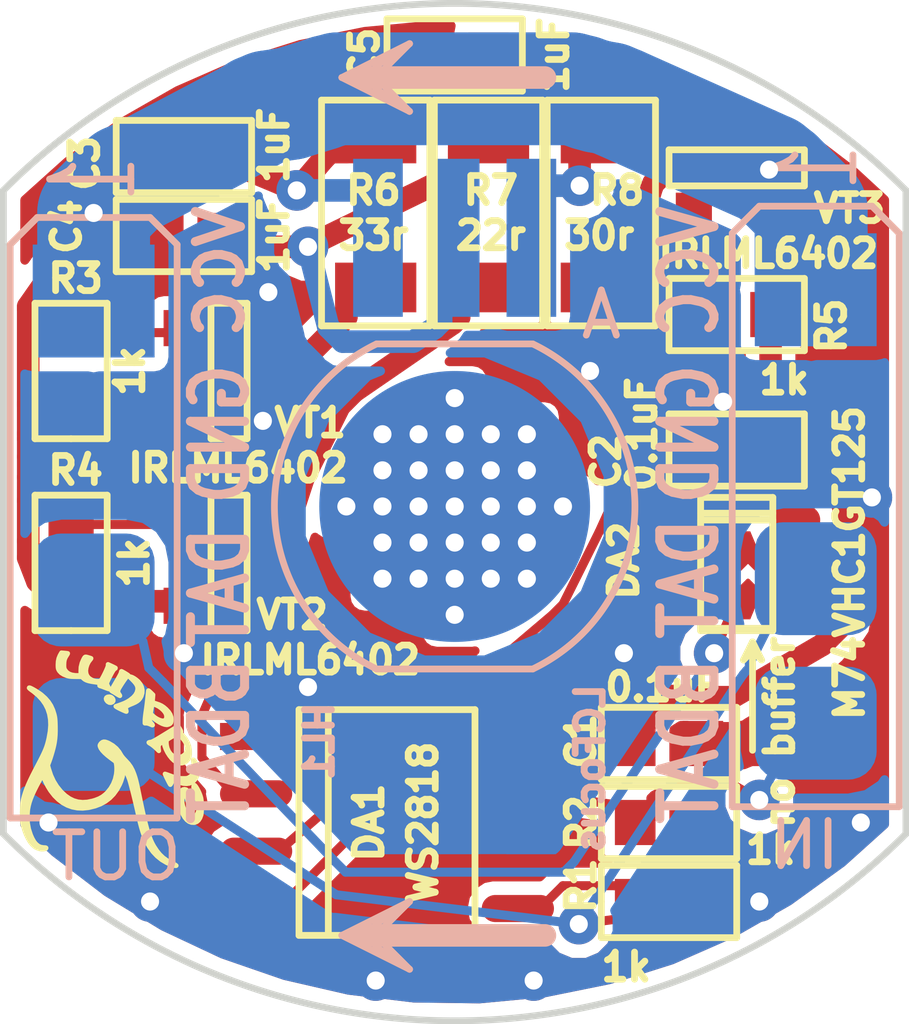
<source format=kicad_pcb>
(kicad_pcb (version 20171130) (host pcbnew "(5.0.0-rc2-dev-596-gcfd2f1d00)")

  (general
    (thickness 1.6)
    (drawings 31)
    (tracks 397)
    (zones 0)
    (modules 23)
    (nets 17)
  )

  (page A4)
  (layers
    (0 F.Cu signal hide)
    (31 B.Cu signal hide)
    (36 B.SilkS user)
    (37 F.SilkS user)
    (38 B.Mask user)
    (39 F.Mask user)
    (40 Dwgs.User user hide)
    (44 Edge.Cuts user)
  )

  (setup
    (last_trace_width 0.2)
    (trace_clearance 0.2)
    (zone_clearance 0.3)
    (zone_45_only no)
    (trace_min 0.2)
    (segment_width 0.15)
    (edge_width 0.15)
    (via_size 0.9)
    (via_drill 0.4)
    (via_min_size 0.7)
    (via_min_drill 0.3)
    (uvia_size 0.7)
    (uvia_drill 0.3)
    (uvias_allowed no)
    (uvia_min_size 0.508)
    (uvia_min_drill 0.127)
    (pcb_text_width 0.3)
    (pcb_text_size 1.5 1.5)
    (mod_edge_width 0.15)
    (mod_text_size 1.5 1.5)
    (mod_text_width 0.15)
    (pad_size 3 4.5)
    (pad_drill 1.5)
    (pad_to_mask_clearance 0.2)
    (aux_axis_origin 158.8 65)
    (grid_origin 100 100)
    (visible_elements 7FFFFF7F)
    (pcbplotparams
      (layerselection 0x010f0_ffffffff)
      (usegerberextensions true)
      (usegerberattributes false)
      (usegerberadvancedattributes false)
      (creategerberjobfile false)
      (gerberprecision 5)
      (excludeedgelayer true)
      (linewidth 0.150000)
      (plotframeref false)
      (viasonmask false)
      (mode 1)
      (useauxorigin false)
      (hpglpennumber 1)
      (hpglpenspeed 20)
      (hpglpendiameter 15)
      (psnegative false)
      (psa4output false)
      (plotreference true)
      (plotvalue true)
      (plotinvisibletext false)
      (padsonsilk false)
      (subtractmaskfromsilk false)
      (outputformat 1)
      (mirror false)
      (drillshape 0)
      (scaleselection 1)
      (outputdirectory Gerber/))
  )

  (net 0 "")
  (net 1 +VCC)
  (net 2 GND)
  (net 3 /R_pwm)
  (net 4 /G_pwm)
  (net 5 /B_pwm)
  (net 6 "Net-(DA1-Pad4)")
  (net 7 /Din)
  (net 8 /BDin)
  (net 9 /Dout)
  (net 10 /Rout)
  (net 11 /Gout)
  (net 12 /Bout)
  (net 13 /Rin)
  (net 14 /Gin)
  (net 15 /Bin)
  (net 16 "Net-(HL1-PadPAD)")

  (net_class Default "Это класс цепей по умолчанию."
    (clearance 0.2)
    (trace_width 0.2)
    (via_dia 0.9)
    (via_drill 0.4)
    (uvia_dia 0.7)
    (uvia_drill 0.3)
    (add_net /BDin)
    (add_net /B_pwm)
    (add_net /Din)
    (add_net /Dout)
    (add_net /G_pwm)
    (add_net /R_pwm)
    (add_net "Net-(DA1-Pad4)")
    (add_net "Net-(HL1-PadPAD)")
  )

  (net_class wide ""
    (clearance 0.2)
    (trace_width 0.5)
    (via_dia 0.9)
    (via_drill 0.4)
    (uvia_dia 0.7)
    (uvia_drill 0.3)
    (add_net +VCC)
    (add_net /Bin)
    (add_net /Bout)
    (add_net /Gin)
    (add_net /Gout)
    (add_net /Rin)
    (add_net /Rout)
    (add_net GND)
  )

  (module LEDs:LCFocus_6pin+PAD (layer B.Cu) (tedit 5BF006BC) (tstamp 5BEF59C4)
    (at 100 100 270)
    (path /5BF6637F)
    (attr smd)
    (fp_text reference HL1 (at 5.2 3 90) (layer B.SilkS)
      (effects (font (size 0.6 0.6) (thickness 0.15)) (justify mirror))
    )
    (fp_text value LCFocus (at 5.8 -3 90) (layer B.SilkS)
      (effects (font (size 0.6 0.6) (thickness 0.15)) (justify mirror))
    )
    (fp_arc (start 0 0) (end 3.6 -1.73) (angle -128.6) (layer B.SilkS) (width 0.15))
    (fp_arc (start 0 0) (end -3.6 1.73) (angle -128.6) (layer B.SilkS) (width 0.15))
    (fp_line (start -3.6 -1.73) (end -3.6 1.73) (layer B.SilkS) (width 0.15))
    (fp_line (start 3.6 1.73) (end 3.6 -1.73) (layer B.SilkS) (width 0.15))
    (fp_text user A (at -4.25 -3.25) (layer B.SilkS)
      (effects (font (size 1 1) (thickness 0.15)) (justify mirror))
    )
    (pad PAD smd circle (at 0 0 270) (size 6 6) (layers B.Cu B.Paste B.Mask)
      (net 16 "Net-(HL1-PadPAD)"))
    (pad PAD thru_hole rect (at -2.4 0 270) (size 0.8 0.8) (drill 0.4) (layers *.Cu *.Mask B.Paste)
      (net 16 "Net-(HL1-PadPAD)"))
    (pad PAD thru_hole rect (at 2.4 0 270) (size 0.8 0.8) (drill 0.4) (layers *.Cu *.Mask B.Paste)
      (net 16 "Net-(HL1-PadPAD)"))
    (pad PAD thru_hole rect (at 1.6 -1.6 270) (size 0.8 0.8) (drill 0.4) (layers *.Cu *.Mask B.Paste)
      (net 16 "Net-(HL1-PadPAD)"))
    (pad PAD thru_hole rect (at 0.8 -1.6 270) (size 0.8 0.8) (drill 0.4) (layers *.Cu *.Mask B.Paste)
      (net 16 "Net-(HL1-PadPAD)"))
    (pad PAD thru_hole rect (at 0 -1.6 270) (size 0.8 0.8) (drill 0.4) (layers *.Cu *.Mask B.Paste)
      (net 16 "Net-(HL1-PadPAD)"))
    (pad PAD thru_hole rect (at -0.8 -1.6 270) (size 0.8 0.8) (drill 0.4) (layers *.Cu *.Mask B.Paste)
      (net 16 "Net-(HL1-PadPAD)"))
    (pad PAD thru_hole rect (at -1.6 -1.6 270) (size 0.8 0.8) (drill 0.4) (layers *.Cu *.Mask B.Paste)
      (net 16 "Net-(HL1-PadPAD)"))
    (pad PAD thru_hole rect (at -1.6 0 270) (size 0.8 0.8) (drill 0.4) (layers *.Cu *.Mask B.Paste)
      (net 16 "Net-(HL1-PadPAD)"))
    (pad PAD thru_hole rect (at 1.6 0 270) (size 0.8 0.8) (drill 0.4) (layers *.Cu *.Mask B.Paste)
      (net 16 "Net-(HL1-PadPAD)"))
    (pad PAD thru_hole rect (at -1.6 -0.8 270) (size 0.8 0.8) (drill 0.4) (layers *.Cu *.Mask B.Paste)
      (net 16 "Net-(HL1-PadPAD)"))
    (pad PAD thru_hole rect (at -0.8 0 270) (size 0.8 0.8) (drill 0.4) (layers *.Cu *.Mask B.Paste)
      (net 16 "Net-(HL1-PadPAD)"))
    (pad PAD thru_hole rect (at -0.8 -0.8 270) (size 0.8 0.8) (drill 0.4) (layers *.Cu *.Mask B.Paste)
      (net 16 "Net-(HL1-PadPAD)"))
    (pad PAD thru_hole rect (at 0.8 0 270) (size 0.8 0.8) (drill 0.4) (layers *.Cu *.Mask B.Paste)
      (net 16 "Net-(HL1-PadPAD)"))
    (pad PAD thru_hole rect (at 0 0 270) (size 0.8 0.8) (drill 0.4) (layers *.Cu *.Mask B.Paste)
      (net 16 "Net-(HL1-PadPAD)"))
    (pad PAD thru_hole rect (at 0 -0.8 270) (size 0.8 0.8) (drill 0.4) (layers *.Cu *.Mask B.Paste)
      (net 16 "Net-(HL1-PadPAD)"))
    (pad PAD thru_hole rect (at 0.8 -0.8 270) (size 0.8 0.8) (drill 0.4) (layers *.Cu *.Mask B.Paste)
      (net 16 "Net-(HL1-PadPAD)"))
    (pad PAD thru_hole rect (at 1.6 -0.8 270) (size 0.8 0.8) (drill 0.4) (layers *.Cu *.Mask B.Paste)
      (net 16 "Net-(HL1-PadPAD)"))
    (pad PAD thru_hole rect (at 1.6 0.8 270) (size 0.8 0.8) (drill 0.4) (layers *.Cu *.Mask B.Paste)
      (net 16 "Net-(HL1-PadPAD)"))
    (pad PAD thru_hole rect (at 0.8 0.8 270) (size 0.8 0.8) (drill 0.4) (layers *.Cu *.Mask B.Paste)
      (net 16 "Net-(HL1-PadPAD)"))
    (pad PAD thru_hole rect (at 0 0.8 270) (size 0.8 0.8) (drill 0.4) (layers *.Cu *.Mask B.Paste)
      (net 16 "Net-(HL1-PadPAD)"))
    (pad PAD thru_hole rect (at 0 1.6 270) (size 0.8 0.8) (drill 0.4) (layers *.Cu *.Mask B.Paste)
      (net 16 "Net-(HL1-PadPAD)"))
    (pad PAD thru_hole rect (at 0.8 1.6 270) (size 0.8 0.8) (drill 0.4) (layers *.Cu *.Mask B.Paste)
      (net 16 "Net-(HL1-PadPAD)"))
    (pad PAD thru_hole rect (at 0 2.4 270) (size 0.8 0.8) (drill 0.4) (layers *.Cu *.Mask B.Paste)
      (net 16 "Net-(HL1-PadPAD)"))
    (pad PAD thru_hole rect (at -0.8 0.8 270) (size 0.8 0.8) (drill 0.4) (layers *.Cu *.Mask B.Paste)
      (net 16 "Net-(HL1-PadPAD)"))
    (pad PAD thru_hole rect (at -0.8 1.6 270) (size 0.8 0.8) (drill 0.4) (layers *.Cu *.Mask B.Paste)
      (net 16 "Net-(HL1-PadPAD)"))
    (pad PAD thru_hole rect (at -1.6 0.8 270) (size 0.8 0.8) (drill 0.4) (layers *.Cu *.Mask B.Paste)
      (net 16 "Net-(HL1-PadPAD)"))
    (pad PAD thru_hole rect (at 0 -2.4 270) (size 0.8 0.8) (drill 0.4) (layers *.Cu *.Mask B.Paste)
      (net 16 "Net-(HL1-PadPAD)"))
    (pad PAD thru_hole rect (at 1.6 1.6 270) (size 0.8 0.8) (drill 0.4) (layers *.Cu *.Mask B.Paste)
      (net 16 "Net-(HL1-PadPAD)"))
    (pad PAD thru_hole rect (at -1.6 1.6 270) (size 0.8 0.8) (drill 0.4) (layers *.Cu *.Mask B.Paste)
      (net 16 "Net-(HL1-PadPAD)"))
    (pad BA smd rect (at -5.95 -1.7 270) (size 3.5 1.1) (layers B.Cu B.Paste B.Mask)
      (net 12 /Bout))
    (pad GA smd rect (at -5.95 0 270) (size 3.5 1.1) (layers B.Cu B.Paste B.Mask)
      (net 11 /Gout))
    (pad RA smd rect (at -5.95 1.7 270) (size 3.5 1.1) (layers B.Cu B.Paste B.Mask)
      (net 10 /Rout))
    (pad BC smd rect (at 5.95 -1.7 270) (size 3.5 1.1) (layers B.Cu B.Paste B.Mask)
      (net 2 GND))
    (pad GC smd rect (at 5.95 0 270) (size 3.5 1.1) (layers B.Cu B.Paste B.Mask)
      (net 2 GND))
    (pad RC smd rect (at 5.95 1.7 270) (size 3.5 1.1) (layers B.Cu B.Paste B.Mask)
      (net 2 GND))
  )

  (module Connectors:for_WS2813_AVX_00-9176 (layer B.Cu) (tedit 5BF00683) (tstamp 5BEC1D2F)
    (at 92 100.25 270)
    (path /5BE997E3)
    (fp_text reference XP2 (at 7.5 -2.75 270) (layer B.SilkS) hide
      (effects (font (size 0.6 0.6) (thickness 0.15)) (justify mirror))
    )
    (fp_text value OUT (at 7.5 -0.5) (layer B.SilkS)
      (effects (font (size 1 1) (thickness 0.15)) (justify mirror))
    )
    (fp_text user BDAT (at 4.95 -2.8 90) (layer B.SilkS)
      (effects (font (size 1.2 1) (thickness 0.2)) (justify mirror))
    )
    (fp_text user 1 (at -7.5 0 270) (layer B.SilkS)
      (effects (font (size 1.8 1) (thickness 0.15)) (justify mirror))
    )
    (fp_line (start -6.65 -1.25) (end -6.65 1.25) (layer B.SilkS) (width 0.15))
    (fp_line (start -6.05 -1.85) (end -6.65 -1.25) (layer B.SilkS) (width 0.15))
    (fp_line (start -6.05 1.85) (end -6.65 1.25) (layer B.SilkS) (width 0.15))
    (fp_line (start 6.65 -1.85) (end 6.65 1.85) (layer B.SilkS) (width 0.15))
    (fp_line (start -6.05 1.85) (end 6.65 1.85) (layer B.SilkS) (width 0.15))
    (fp_line (start 6.65 -1.85) (end -6.05 -1.85) (layer B.SilkS) (width 0.15))
    (fp_text user VCC (at -5.45 -2.8 90) (layer B.SilkS)
      (effects (font (size 1 1) (thickness 0.2)) (justify mirror))
    )
    (fp_text user GND (at -1.85 -2.8 90) (layer B.SilkS)
      (effects (font (size 1.2 1) (thickness 0.2)) (justify mirror))
    )
    (fp_text user DAT (at 1.55 -2.8 90) (layer B.SilkS)
      (effects (font (size 1.2 1) (thickness 0.2)) (justify mirror))
    )
    (pad 4 smd roundrect (at 4.8 0 270) (size 2.5 2.7) (layers B.Cu B.Paste B.Mask)(roundrect_rratio 0.25)
      (net 7 /Din))
    (pad 3 smd roundrect (at 1.6 0 270) (size 2.5 2.7) (layers B.Cu B.Paste B.Mask)(roundrect_rratio 0.25)
      (net 9 /Dout))
    (pad 2 smd roundrect (at -1.6 0 270) (size 2.5 2.7) (layers B.Cu B.Paste B.Mask)(roundrect_rratio 0.25)
      (net 2 GND))
    (pad 1 smd rect (at -4.8 0 270) (size 2.5 2.7) (layers B.Cu B.Paste B.Mask)
      (net 1 +VCC))
  )

  (module Connectors:for_WS2813_AVX_00-9176 (layer B.Cu) (tedit 5BF0067F) (tstamp 5BEC1D1C)
    (at 108 100 270)
    (path /5BE997EB)
    (fp_text reference XP1 (at 7.75 2.5 270) (layer B.SilkS) hide
      (effects (font (size 0.6 0.6) (thickness 0.15)) (justify mirror))
    )
    (fp_text value IN (at 7.5 0.25) (layer B.SilkS)
      (effects (font (size 1 1) (thickness 0.15)) (justify mirror))
    )
    (fp_text user BDAT (at 5.2 2.8 90) (layer B.SilkS)
      (effects (font (size 1.2 1) (thickness 0.2)) (justify mirror))
    )
    (fp_text user 1 (at -7.5 0 270) (layer B.SilkS)
      (effects (font (size 1.8 1) (thickness 0.15)) (justify mirror))
    )
    (fp_line (start -6.65 -1.25) (end -6.65 1.25) (layer B.SilkS) (width 0.15))
    (fp_line (start -6.05 -1.85) (end -6.65 -1.25) (layer B.SilkS) (width 0.15))
    (fp_line (start -6.05 1.85) (end -6.65 1.25) (layer B.SilkS) (width 0.15))
    (fp_line (start 6.65 -1.85) (end 6.65 1.85) (layer B.SilkS) (width 0.15))
    (fp_line (start -6.05 1.85) (end 6.65 1.85) (layer B.SilkS) (width 0.15))
    (fp_line (start 6.65 -1.85) (end -6.05 -1.85) (layer B.SilkS) (width 0.15))
    (fp_text user VCC (at -5.2 2.8 90) (layer B.SilkS)
      (effects (font (size 1.2 1) (thickness 0.2)) (justify mirror))
    )
    (fp_text user GND (at -1.6 2.8 90) (layer B.SilkS)
      (effects (font (size 1.2 1) (thickness 0.2)) (justify mirror))
    )
    (fp_text user DAT (at 1.6 2.8 90) (layer B.SilkS)
      (effects (font (size 1.2 1) (thickness 0.2)) (justify mirror))
    )
    (pad 4 smd roundrect (at 4.8 0 270) (size 2.5 2.7) (layers B.Cu B.Paste B.Mask)(roundrect_rratio 0.25)
      (net 8 /BDin))
    (pad 3 smd roundrect (at 1.6 0 270) (size 2.5 2.7) (layers B.Cu B.Paste B.Mask)(roundrect_rratio 0.25)
      (net 7 /Din))
    (pad 2 smd roundrect (at -1.6 0 270) (size 2.5 2.7) (layers B.Cu B.Paste B.Mask)(roundrect_rratio 0.25)
      (net 2 GND))
    (pad 1 smd rect (at -4.8 0 270) (size 2.5 2.7) (layers B.Cu B.Paste B.Mask)
      (net 1 +VCC))
  )

  (module Capacitors:CAP0603 (layer F.Cu) (tedit 5BEED53C) (tstamp 5BEC1C10)
    (at 104.75 105.25)
    (path /5BEAB9D8)
    (attr smd)
    (fp_text reference C1 (at -1.95 -0.05 90) (layer F.SilkS)
      (effects (font (size 0.6 0.6) (thickness 0.15)))
    )
    (fp_text value 0.1uF (at -0.15 -1.25 180) (layer F.SilkS)
      (effects (font (size 0.6 0.6) (thickness 0.15)))
    )
    (fp_line (start -1.5 -0.8) (end 1.5 -0.8) (layer F.SilkS) (width 0.15))
    (fp_line (start 1.5 -0.8) (end 1.5 0.8) (layer F.SilkS) (width 0.15))
    (fp_line (start 1.5 0.8) (end -1.5 0.8) (layer F.SilkS) (width 0.15))
    (fp_line (start -1.5 0.8) (end -1.5 -0.8) (layer F.SilkS) (width 0.15))
    (pad 1 smd rect (at -0.75 0) (size 0.9 1) (layers F.Cu F.Paste F.Mask)
      (net 1 +VCC))
    (pad 2 smd rect (at 0.75 0) (size 0.9 1) (layers F.Cu F.Paste F.Mask)
      (net 2 GND))
    (model 3d\c_0603.wrl
      (at (xyz 0 0 0))
      (scale (xyz 1 1 1))
      (rotate (xyz 0 0 0))
    )
  )

  (module SOP,_MSOP,_TSSOP:SOP8 (layer F.Cu) (tedit 59C4F8DE) (tstamp 5BEC1C21)
    (at 98.5 107)
    (path /5BE9AFF6)
    (attr smd)
    (fp_text reference DA1 (at -0.4 0 90) (layer F.SilkS)
      (effects (font (size 0.6 0.6) (thickness 0.15)))
    )
    (fp_text value WS2818 (at 0.8 0 90) (layer F.SilkS)
      (effects (font (size 0.6 0.6) (thickness 0.15)))
    )
    (fp_line (start -1.3 -2.5) (end -1.3 2.5) (layer F.SilkS) (width 0.15))
    (fp_line (start -1.95 -2.5) (end -1.95 2.5) (layer F.SilkS) (width 0.15))
    (fp_line (start 1.95 2.5) (end 1.95 -2.5) (layer F.SilkS) (width 0.15))
    (fp_line (start 1.95 -2.5) (end -1.95 -2.5) (layer F.SilkS) (width 0.15))
    (fp_line (start 1.95 2.5) (end -1.95 2.5) (layer F.SilkS) (width 0.15))
    (pad 1 smd rect (at -2.9 -1.905) (size 1.6 0.6) (layers F.Cu F.Paste F.Mask)
      (net 3 /R_pwm))
    (pad 2 smd oval (at -2.9 -0.635) (size 1.6 0.6) (layers F.Cu F.Paste F.Mask)
      (net 4 /G_pwm))
    (pad 3 smd oval (at -2.9 0.635) (size 1.6 0.6) (layers F.Cu F.Paste F.Mask)
      (net 5 /B_pwm))
    (pad 4 smd oval (at -2.9 1.905) (size 1.6 0.6) (layers F.Cu F.Paste F.Mask)
      (net 6 "Net-(DA1-Pad4)"))
    (pad 5 smd oval (at 2.9 1.905) (size 1.6 0.6) (layers F.Cu F.Paste F.Mask)
      (net 7 /Din))
    (pad 6 smd oval (at 2.9 0.635) (size 1.6 0.6) (layers F.Cu F.Paste F.Mask)
      (net 2 GND))
    (pad 7 smd oval (at 2.9 -0.635) (size 1.6 0.6) (layers F.Cu F.Paste F.Mask)
      (net 8 /BDin))
    (pad 8 smd oval (at 2.9 -1.905) (size 1.6 0.6) (layers F.Cu F.Paste F.Mask)
      (net 1 +VCC))
    (model smd/cms_so8.wrl
      (at (xyz 0 0 0))
      (scale (xyz 0.5 0.32 0.5))
      (rotate (xyz 0 0 0))
    )
  )

  (module SOT:SOT23-5 (layer F.Cu) (tedit 5BEEE39C) (tstamp 5BEC1C2F)
    (at 106.25 101.25 270)
    (path /5BECA381)
    (attr smd)
    (fp_text reference DA2 (at -0.05 2.5 270) (layer F.SilkS)
      (effects (font (size 0.6 0.6) (thickness 0.15)))
    )
    (fp_text value M74VHC1GT125 (at 0 -2.5 270) (layer F.SilkS)
      (effects (font (size 0.6 0.6) (thickness 0.15)))
    )
    (fp_line (start -1.1 0.8) (end -1.1 -0.8) (layer F.SilkS) (width 0.15))
    (fp_line (start -1.45 0.8) (end -1.45 -0.8) (layer F.SilkS) (width 0.15))
    (fp_line (start -1.45 -0.8) (end 1.45 -0.8) (layer F.SilkS) (width 0.15))
    (fp_line (start 1.45 -0.8) (end 1.45 0.8) (layer F.SilkS) (width 0.15))
    (fp_line (start 1.45 0.8) (end -1.45 0.8) (layer F.SilkS) (width 0.15))
    (pad 1 smd rect (at -0.95 1.3 270) (size 0.635 1.1) (layers F.Cu F.Paste F.Mask)
      (net 2 GND))
    (pad 2 smd oval (at 0 1.3 270) (size 0.635 1.1) (layers F.Cu F.Paste F.Mask)
      (net 6 "Net-(DA1-Pad4)"))
    (pad 3 smd oval (at 0.95 1.3 270) (size 0.635 1.1) (layers F.Cu F.Paste F.Mask)
      (net 2 GND))
    (pad 4 smd oval (at 0.95 -1.3 270) (size 0.635 1.1) (layers F.Cu F.Paste F.Mask)
      (net 9 /Dout))
    (pad 5 smd oval (at -0.95 -1.3 270) (size 0.635 1.1) (layers F.Cu F.Paste F.Mask)
      (net 1 +VCC))
    (model 3d\sot23-5.wrl
      (at (xyz 0 0 0))
      (scale (xyz 1 1 1))
      (rotate (xyz 0 0 0))
    )
  )

  (module PCB_details:FuseSolder (layer F.Cu) (tedit 5BEEE3FD) (tstamp 5BEC1C55)
    (at 106.25 101.5 270)
    (path /5BED2404)
    (attr virtual)
    (fp_text reference fus1 (at 0 0 270) (layer F.SilkS) hide
      (effects (font (size 0.6 0.6) (thickness 0.15)))
    )
    (fp_text value "no buffer" (at 3.5 -0.95 270) (layer F.SilkS)
      (effects (font (size 0.6 0.6) (thickness 0.15)))
    )
    (fp_line (start -0.3 0) (end 0.3 0) (layer F.Mask) (width 1.1))
    (fp_line (start -0.3 0.2) (end -0.3 -0.15) (layer F.Cu) (width 0.1))
    (fp_line (start -0.3 -0.15) (end -0.15 0) (layer F.Cu) (width 0.1))
    (fp_line (start -0.15 0) (end -0.25 0.1) (layer F.Cu) (width 0.1))
    (fp_line (start -0.25 0.1) (end -0.25 0) (layer F.Cu) (width 0.1))
    (fp_line (start -0.15 0.45) (end -0.3 0.45) (layer F.Cu) (width 0.1))
    (fp_line (start -0.3 0.45) (end -0.3 0.35) (layer F.Cu) (width 0.1))
    (fp_line (start -0.3 0.35) (end -0.25 0.4) (layer F.Cu) (width 0.1))
    (fp_line (start 0.35 0.4) (end 0.25 0.25) (layer F.Cu) (width 0.1))
    (fp_line (start 0.25 0.25) (end 0.35 0.15) (layer F.Cu) (width 0.1))
    (fp_line (start 0.35 0.15) (end 0.35 0.3) (layer F.Cu) (width 0.1))
    (fp_line (start 0.35 -0.15) (end 0.25 -0.25) (layer F.Cu) (width 0.1))
    (fp_line (start 0.25 -0.25) (end 0.35 -0.35) (layer F.Cu) (width 0.1))
    (fp_line (start 0.35 -0.35) (end 0.35 -0.25) (layer F.Cu) (width 0.1))
    (fp_line (start -0.3 -0.45) (end -0.2 -0.45) (layer F.Cu) (width 0.1))
    (fp_line (start -0.2 -0.45) (end -0.3 -0.35) (layer F.Cu) (width 0.1))
    (fp_line (start -0.05 -0.5) (end -0.35 -0.5) (layer F.Cu) (width 0.1))
    (fp_line (start -0.35 -0.5) (end -0.35 0.5) (layer F.Cu) (width 0.1))
    (fp_line (start -0.35 0.5) (end -0.05 0.5) (layer F.Cu) (width 0.1))
    (fp_line (start 0.4 -0.5) (end 0.15 -0.25) (layer F.Cu) (width 0.1))
    (fp_line (start 0.15 -0.25) (end 0.4 0) (layer F.Cu) (width 0.1))
    (fp_line (start 0.4 0) (end 0.15 0.25) (layer F.Cu) (width 0.1))
    (fp_line (start 0.15 0.25) (end 0.4 0.5) (layer F.Cu) (width 0.1))
    (fp_line (start 0.4 0.5) (end 0.4 -0.5) (layer F.Cu) (width 0.1))
    (fp_line (start -0.05 0) (end -0.3 0.25) (layer F.Cu) (width 0.1))
    (fp_line (start -0.3 0.25) (end -0.05 0.5) (layer F.Cu) (width 0.1))
    (fp_line (start -0.05 0) (end -0.3 -0.25) (layer F.Cu) (width 0.1))
    (fp_line (start -0.3 -0.25) (end -0.05 -0.5) (layer F.Cu) (width 0.1))
    (fp_line (start -1.2 -0.8) (end 1.25 -0.8) (layer F.SilkS) (width 0.15))
    (fp_line (start 1.25 -0.8) (end 1.25 0.8) (layer F.SilkS) (width 0.15))
    (fp_line (start 1.25 0.8) (end -1.2 0.8) (layer F.SilkS) (width 0.15))
    (fp_line (start -1.2 0.8) (end -1.2 -0.8) (layer F.SilkS) (width 0.15))
    (pad 1 smd trapezoid (at -0.65 0) (size 0.85 0.6) (rect_delta 0 0.25 ) (layers F.Cu F.Paste F.Mask)
      (net 6 "Net-(DA1-Pad4)") (zone_connect 1))
    (pad 2 smd trapezoid (at 0.7 0 180) (size 0.85 0.6) (rect_delta 0 0.25 ) (layers F.Cu F.Paste F.Mask)
      (net 9 /Dout) (zone_connect 1))
  )

  (module Resistors:RES0603 (layer F.Cu) (tedit 5BEED525) (tstamp 5BEC1C9E)
    (at 104.75 108.75)
    (path /5BEAC67B)
    (attr smd)
    (fp_text reference R1 (at -1.95 -0.35 90) (layer F.SilkS)
      (effects (font (size 0.6 0.6) (thickness 0.15)))
    )
    (fp_text value 1k (at -0.95 1.45) (layer F.SilkS)
      (effects (font (size 0.6 0.6) (thickness 0.15)))
    )
    (fp_line (start -1.5 0.8) (end -1.5 0) (layer F.SilkS) (width 0.15))
    (fp_line (start 1.5 0.8) (end -1.5 0.8) (layer F.SilkS) (width 0.15))
    (fp_line (start 1.5 -0.8) (end 1.5 0.8) (layer F.SilkS) (width 0.15))
    (fp_line (start -1.5 -0.8) (end 1.5 -0.8) (layer F.SilkS) (width 0.15))
    (fp_line (start -1.5 0) (end -1.5 -0.8) (layer F.SilkS) (width 0.15))
    (pad 2 smd rect (at 0.75 0) (size 0.9 1) (layers F.Cu F.Paste F.Mask)
      (net 2 GND))
    (pad 1 smd rect (at -0.75 0) (size 0.9 1) (layers F.Cu F.Paste F.Mask)
      (net 7 /Din))
    (model 3d\r_0603.wrl
      (at (xyz 0 0 0))
      (scale (xyz 1 1 1))
      (rotate (xyz 0 0 0))
    )
  )

  (module Resistors:RES0603 (layer F.Cu) (tedit 5BEEE404) (tstamp 5BEC1CA9)
    (at 104.75 107)
    (path /5BEAC536)
    (attr smd)
    (fp_text reference R2 (at -1.95 0 90) (layer F.SilkS)
      (effects (font (size 0.6 0.6) (thickness 0.15)))
    )
    (fp_text value 1k (at 2.25 0.6 180) (layer F.SilkS)
      (effects (font (size 0.6 0.6) (thickness 0.15)))
    )
    (fp_line (start -1.5 0) (end -1.5 -0.8) (layer F.SilkS) (width 0.15))
    (fp_line (start -1.5 -0.8) (end 1.5 -0.8) (layer F.SilkS) (width 0.15))
    (fp_line (start 1.5 -0.8) (end 1.5 0.8) (layer F.SilkS) (width 0.15))
    (fp_line (start 1.5 0.8) (end -1.5 0.8) (layer F.SilkS) (width 0.15))
    (fp_line (start -1.5 0.8) (end -1.5 0) (layer F.SilkS) (width 0.15))
    (pad 1 smd rect (at -0.75 0) (size 0.9 1) (layers F.Cu F.Paste F.Mask)
      (net 8 /BDin))
    (pad 2 smd rect (at 0.75 0) (size 0.9 1) (layers F.Cu F.Paste F.Mask)
      (net 2 GND))
    (model 3d\r_0603.wrl
      (at (xyz 0 0 0))
      (scale (xyz 1 1 1))
      (rotate (xyz 0 0 0))
    )
  )

  (module Resistors:RES0603 (layer F.Cu) (tedit 5C507612) (tstamp 5BEC1CB4)
    (at 91.5 97 90)
    (path /5BEC0E05)
    (attr smd)
    (fp_text reference R3 (at 2.05 0.1 180) (layer F.SilkS)
      (effects (font (size 0.6 0.6) (thickness 0.15)))
    )
    (fp_text value 1k (at 0 1.3 90) (layer F.SilkS)
      (effects (font (size 0.6 0.6) (thickness 0.15)))
    )
    (fp_line (start -1.5 0) (end -1.5 -0.8) (layer F.SilkS) (width 0.15))
    (fp_line (start -1.5 -0.8) (end 1.5 -0.8) (layer F.SilkS) (width 0.15))
    (fp_line (start 1.5 -0.8) (end 1.5 0.8) (layer F.SilkS) (width 0.15))
    (fp_line (start 1.5 0.8) (end -1.5 0.8) (layer F.SilkS) (width 0.15))
    (fp_line (start -1.5 0.8) (end -1.5 0) (layer F.SilkS) (width 0.15))
    (pad 1 smd rect (at -0.75 0 90) (size 0.9 1) (layers F.Cu F.Paste F.Mask)
      (net 1 +VCC))
    (pad 2 smd rect (at 0.75 0 90) (size 0.9 1) (layers F.Cu F.Paste F.Mask)
      (net 3 /R_pwm))
    (model 3d\r_0603.wrl
      (at (xyz 0 0 0))
      (scale (xyz 1 1 1))
      (rotate (xyz 0 0 0))
    )
  )

  (module Resistors:RES0603 (layer F.Cu) (tedit 5C507618) (tstamp 5BEC1CBF)
    (at 91.5 101.25 90)
    (path /5BF251B9)
    (attr smd)
    (fp_text reference R4 (at 2.05 0.1 180) (layer F.SilkS)
      (effects (font (size 0.6 0.6) (thickness 0.15)))
    )
    (fp_text value 1k (at 0 1.4 90) (layer F.SilkS)
      (effects (font (size 0.6 0.6) (thickness 0.15)))
    )
    (fp_line (start -1.5 0.8) (end -1.5 0) (layer F.SilkS) (width 0.15))
    (fp_line (start 1.5 0.8) (end -1.5 0.8) (layer F.SilkS) (width 0.15))
    (fp_line (start 1.5 -0.8) (end 1.5 0.8) (layer F.SilkS) (width 0.15))
    (fp_line (start -1.5 -0.8) (end 1.5 -0.8) (layer F.SilkS) (width 0.15))
    (fp_line (start -1.5 0) (end -1.5 -0.8) (layer F.SilkS) (width 0.15))
    (pad 2 smd rect (at 0.75 0 90) (size 0.9 1) (layers F.Cu F.Paste F.Mask)
      (net 4 /G_pwm))
    (pad 1 smd rect (at -0.75 0 90) (size 0.9 1) (layers F.Cu F.Paste F.Mask)
      (net 1 +VCC))
    (model 3d\r_0603.wrl
      (at (xyz 0 0 0))
      (scale (xyz 1 1 1))
      (rotate (xyz 0 0 0))
    )
  )

  (module Resistors:RES0603 (layer F.Cu) (tedit 5C5075F2) (tstamp 5BEC1CCA)
    (at 106.25 95.75 180)
    (path /5BF26661)
    (attr smd)
    (fp_text reference R5 (at -2.1 -0.25 270) (layer F.SilkS)
      (effects (font (size 0.6 0.6) (thickness 0.15)))
    )
    (fp_text value 1k (at -1.05 -1.45 180) (layer F.SilkS)
      (effects (font (size 0.6 0.6) (thickness 0.15)))
    )
    (fp_line (start -1.5 0) (end -1.5 -0.8) (layer F.SilkS) (width 0.15))
    (fp_line (start -1.5 -0.8) (end 1.5 -0.8) (layer F.SilkS) (width 0.15))
    (fp_line (start 1.5 -0.8) (end 1.5 0.8) (layer F.SilkS) (width 0.15))
    (fp_line (start 1.5 0.8) (end -1.5 0.8) (layer F.SilkS) (width 0.15))
    (fp_line (start -1.5 0.8) (end -1.5 0) (layer F.SilkS) (width 0.15))
    (pad 1 smd rect (at -0.75 0 180) (size 0.9 1) (layers F.Cu F.Paste F.Mask)
      (net 1 +VCC))
    (pad 2 smd rect (at 0.75 0 180) (size 0.9 1) (layers F.Cu F.Paste F.Mask)
      (net 5 /B_pwm))
    (model 3d\r_0603.wrl
      (at (xyz 0 0 0))
      (scale (xyz 1 1 1))
      (rotate (xyz 0 0 0))
    )
  )

  (module Resistors:RES1206 (layer F.Cu) (tedit 5BEED33B) (tstamp 5BEC1CD4)
    (at 98.25 93.5 90)
    (path /5BF3EAEA)
    (attr smd)
    (fp_text reference R6 (at 0.5 -0.05 -180) (layer F.SilkS)
      (effects (font (size 0.6 0.6) (thickness 0.15)))
    )
    (fp_text value 33r (at -0.5 -0.05) (layer F.SilkS)
      (effects (font (size 0.6 0.6) (thickness 0.15)))
    )
    (fp_line (start 2.5 1.2) (end -2.5 1.2) (layer F.SilkS) (width 0.15))
    (fp_line (start 2.5 -1.2) (end 2.5 1.2) (layer F.SilkS) (width 0.15))
    (fp_line (start -2.5 -1.2) (end 2.5 -1.2) (layer F.SilkS) (width 0.15))
    (fp_line (start -2.5 -1.2) (end -2.5 1.2) (layer F.SilkS) (width 0.15))
    (pad 2 smd rect (at 1.65 0 90) (size 1.1 1.8) (layers F.Cu F.Paste F.Mask)
      (net 10 /Rout))
    (pad 1 smd rect (at -1.65 0 90) (size 1.1 1.8) (layers F.Cu F.Paste F.Mask)
      (net 13 /Rin))
  )

  (module Resistors:RES1206 (layer F.Cu) (tedit 5BEED341) (tstamp 5BEC1CDE)
    (at 100.75 93.5 90)
    (path /5BF35E1B)
    (attr smd)
    (fp_text reference R7 (at 0.5 0.05 180) (layer F.SilkS)
      (effects (font (size 0.6 0.6) (thickness 0.15)))
    )
    (fp_text value 22r (at -0.5 0.05) (layer F.SilkS)
      (effects (font (size 0.6 0.6) (thickness 0.15)))
    )
    (fp_line (start -2.5 -1.2) (end -2.5 1.2) (layer F.SilkS) (width 0.15))
    (fp_line (start -2.5 -1.2) (end 2.5 -1.2) (layer F.SilkS) (width 0.15))
    (fp_line (start 2.5 -1.2) (end 2.5 1.2) (layer F.SilkS) (width 0.15))
    (fp_line (start 2.5 1.2) (end -2.5 1.2) (layer F.SilkS) (width 0.15))
    (pad 1 smd rect (at -1.65 0 90) (size 1.1 1.8) (layers F.Cu F.Paste F.Mask)
      (net 14 /Gin))
    (pad 2 smd rect (at 1.65 0 90) (size 1.1 1.8) (layers F.Cu F.Paste F.Mask)
      (net 11 /Gout))
  )

  (module Resistors:RES1206 (layer F.Cu) (tedit 5BEED375) (tstamp 5BEC1CE8)
    (at 103.25 93.5 90)
    (path /5BF3EB62)
    (attr smd)
    (fp_text reference R8 (at 0.5 0.35 -180) (layer F.SilkS)
      (effects (font (size 0.6 0.6) (thickness 0.15)))
    )
    (fp_text value 30r (at -0.5 -0.05) (layer F.SilkS)
      (effects (font (size 0.6 0.6) (thickness 0.15)))
    )
    (fp_line (start -2.5 -1.2) (end -2.5 1.2) (layer F.SilkS) (width 0.15))
    (fp_line (start -2.5 -1.2) (end 2.5 -1.2) (layer F.SilkS) (width 0.15))
    (fp_line (start 2.5 -1.2) (end 2.5 1.2) (layer F.SilkS) (width 0.15))
    (fp_line (start 2.5 1.2) (end -2.5 1.2) (layer F.SilkS) (width 0.15))
    (pad 1 smd rect (at -1.65 0 90) (size 1.1 1.8) (layers F.Cu F.Paste F.Mask)
      (net 15 /Bin))
    (pad 2 smd rect (at 1.65 0 90) (size 1.1 1.8) (layers F.Cu F.Paste F.Mask)
      (net 12 /Bout))
  )

  (module SOT:SOT23-3 (layer F.Cu) (tedit 5BEED2A0) (tstamp 5BEC1CF3)
    (at 95 97 270)
    (descr "Module SOT23")
    (path /5BEC0DFD)
    (attr smd)
    (fp_text reference VT1 (at 1.15 -1.8 180) (layer F.SilkS)
      (effects (font (size 0.6 0.6) (thickness 0.15)))
    )
    (fp_text value IRLML6402 (at 2.15 -0.2) (layer F.SilkS)
      (effects (font (size 0.6 0.6) (thickness 0.15)))
    )
    (fp_line (start -1.5 -0.4) (end 1.5 -0.4) (layer F.SilkS) (width 0.15))
    (fp_line (start 1.5 -0.4) (end 1.5 0.4) (layer F.SilkS) (width 0.15))
    (fp_line (start 1.5 0.4) (end -1.5 0.4) (layer F.SilkS) (width 0.15))
    (fp_line (start -1.5 0.4) (end -1.5 -0.4) (layer F.SilkS) (width 0.15))
    (pad 1 smd rect (at -0.95 1 270) (size 0.8 0.9) (layers F.Cu F.Paste F.Mask)
      (net 3 /R_pwm))
    (pad 2 smd rect (at 0.95 1 270) (size 0.8 0.9) (layers F.Cu F.Paste F.Mask)
      (net 1 +VCC))
    (pad 3 smd rect (at 0 -1 270) (size 0.8 0.9) (layers F.Cu F.Paste F.Mask)
      (net 13 /Rin))
    (model 3d\sot23-3.wrl
      (at (xyz 0 0 0))
      (scale (xyz 1 1 1))
      (rotate (xyz 0 0 180))
    )
  )

  (module SOT:SOT23-3 (layer F.Cu) (tedit 5BEED27F) (tstamp 5BEC1CFE)
    (at 95 101.25 270)
    (descr "Module SOT23")
    (path /5BF251B1)
    (attr smd)
    (fp_text reference VT2 (at 1.15 -1.4) (layer F.SilkS)
      (effects (font (size 0.6 0.6) (thickness 0.15)))
    )
    (fp_text value IRLML6402 (at 2.15 -1.8) (layer F.SilkS)
      (effects (font (size 0.6 0.6) (thickness 0.15)))
    )
    (fp_line (start -1.5 0.4) (end -1.5 -0.4) (layer F.SilkS) (width 0.15))
    (fp_line (start 1.5 0.4) (end -1.5 0.4) (layer F.SilkS) (width 0.15))
    (fp_line (start 1.5 -0.4) (end 1.5 0.4) (layer F.SilkS) (width 0.15))
    (fp_line (start -1.5 -0.4) (end 1.5 -0.4) (layer F.SilkS) (width 0.15))
    (pad 3 smd rect (at 0 -1 270) (size 0.8 0.9) (layers F.Cu F.Paste F.Mask)
      (net 14 /Gin))
    (pad 2 smd rect (at 0.95 1 270) (size 0.8 0.9) (layers F.Cu F.Paste F.Mask)
      (net 1 +VCC))
    (pad 1 smd rect (at -0.95 1 270) (size 0.8 0.9) (layers F.Cu F.Paste F.Mask)
      (net 4 /G_pwm))
    (model 3d\sot23-3.wrl
      (at (xyz 0 0 0))
      (scale (xyz 1 1 1))
      (rotate (xyz 0 0 180))
    )
  )

  (module SOT:SOT23-3 (layer F.Cu) (tedit 5BEED40B) (tstamp 5BEC1D09)
    (at 106.25 92.5)
    (descr "Module SOT23")
    (path /5BF26659)
    (attr smd)
    (fp_text reference VT3 (at 2.5 0.9 180) (layer F.SilkS)
      (effects (font (size 0.6 0.6) (thickness 0.15)))
    )
    (fp_text value IRLML6402 (at 0.7 1.9) (layer F.SilkS)
      (effects (font (size 0.6 0.6) (thickness 0.15)))
    )
    (fp_line (start -1.5 0.4) (end -1.5 -0.4) (layer F.SilkS) (width 0.15))
    (fp_line (start 1.5 0.4) (end -1.5 0.4) (layer F.SilkS) (width 0.15))
    (fp_line (start 1.5 -0.4) (end 1.5 0.4) (layer F.SilkS) (width 0.15))
    (fp_line (start -1.5 -0.4) (end 1.5 -0.4) (layer F.SilkS) (width 0.15))
    (pad 3 smd rect (at 0 -1) (size 0.8 0.9) (layers F.Cu F.Paste F.Mask)
      (net 15 /Bin))
    (pad 2 smd rect (at 0.95 1) (size 0.8 0.9) (layers F.Cu F.Paste F.Mask)
      (net 1 +VCC))
    (pad 1 smd rect (at -0.95 1) (size 0.8 0.9) (layers F.Cu F.Paste F.Mask)
      (net 5 /B_pwm))
    (model 3d\sot23-3.wrl
      (at (xyz 0 0 0))
      (scale (xyz 1 1 1))
      (rotate (xyz 0 0 180))
    )
  )

  (module Capacitors:CAP0603 (layer F.Cu) (tedit 5BEED634) (tstamp 5BED8EF1)
    (at 106.25 98.75 180)
    (path /5BF6D4C3)
    (attr smd)
    (fp_text reference C2 (at 2.9 -0.25 270) (layer F.SilkS)
      (effects (font (size 0.6 0.6) (thickness 0.15)))
    )
    (fp_text value 0.1uF (at 2.1 0.35 270) (layer F.SilkS)
      (effects (font (size 0.6 0.6) (thickness 0.15)))
    )
    (fp_line (start -1.5 -0.8) (end 1.5 -0.8) (layer F.SilkS) (width 0.15))
    (fp_line (start 1.5 -0.8) (end 1.5 0.8) (layer F.SilkS) (width 0.15))
    (fp_line (start 1.5 0.8) (end -1.5 0.8) (layer F.SilkS) (width 0.15))
    (fp_line (start -1.5 0.8) (end -1.5 -0.8) (layer F.SilkS) (width 0.15))
    (pad 1 smd rect (at -0.75 0 180) (size 0.9 1) (layers F.Cu F.Paste F.Mask)
      (net 1 +VCC))
    (pad 2 smd rect (at 0.75 0 180) (size 0.9 1) (layers F.Cu F.Paste F.Mask)
      (net 2 GND))
    (model 3d\c_0603.wrl
      (at (xyz 0 0 0))
      (scale (xyz 1 1 1))
      (rotate (xyz 0 0 0))
    )
  )

  (module Capacitors:CAP0603 (layer F.Cu) (tedit 5BEED478) (tstamp 5BEEB53B)
    (at 94 92.25 180)
    (path /5BEEAD85)
    (attr smd)
    (fp_text reference C3 (at 2.2 -0.15 270) (layer F.SilkS)
      (effects (font (size 0.6 0.6) (thickness 0.15)))
    )
    (fp_text value 1uF (at -2 0.25 270) (layer F.SilkS)
      (effects (font (size 0.6 0.6) (thickness 0.15)))
    )
    (fp_line (start -1.5 -0.8) (end 1.5 -0.8) (layer F.SilkS) (width 0.15))
    (fp_line (start 1.5 -0.8) (end 1.5 0.8) (layer F.SilkS) (width 0.15))
    (fp_line (start 1.5 0.8) (end -1.5 0.8) (layer F.SilkS) (width 0.15))
    (fp_line (start -1.5 0.8) (end -1.5 -0.8) (layer F.SilkS) (width 0.15))
    (pad 1 smd rect (at -0.75 0 180) (size 0.9 1) (layers F.Cu F.Paste F.Mask)
      (net 10 /Rout))
    (pad 2 smd rect (at 0.75 0 180) (size 0.9 1) (layers F.Cu F.Paste F.Mask)
      (net 2 GND))
    (model 3d\c_0603.wrl
      (at (xyz 0 0 0))
      (scale (xyz 1 1 1))
      (rotate (xyz 0 0 0))
    )
  )

  (module Capacitors:CAP0603 (layer F.Cu) (tedit 5BEED471) (tstamp 5BEEB545)
    (at 94 94 180)
    (path /5BEF4903)
    (attr smd)
    (fp_text reference C4 (at 2.6 0.2 270) (layer F.SilkS)
      (effects (font (size 0.6 0.6) (thickness 0.15)))
    )
    (fp_text value 1uF (at -2 0 270) (layer F.SilkS)
      (effects (font (size 0.6 0.6) (thickness 0.15)))
    )
    (fp_line (start -1.5 0.8) (end -1.5 -0.8) (layer F.SilkS) (width 0.15))
    (fp_line (start 1.5 0.8) (end -1.5 0.8) (layer F.SilkS) (width 0.15))
    (fp_line (start 1.5 -0.8) (end 1.5 0.8) (layer F.SilkS) (width 0.15))
    (fp_line (start -1.5 -0.8) (end 1.5 -0.8) (layer F.SilkS) (width 0.15))
    (pad 2 smd rect (at 0.75 0 180) (size 0.9 1) (layers F.Cu F.Paste F.Mask)
      (net 2 GND))
    (pad 1 smd rect (at -0.75 0 180) (size 0.9 1) (layers F.Cu F.Paste F.Mask)
      (net 11 /Gout))
    (model 3d\c_0603.wrl
      (at (xyz 0 0 0))
      (scale (xyz 1 1 1))
      (rotate (xyz 0 0 0))
    )
  )

  (module Capacitors:CAP0603 (layer F.Cu) (tedit 5BEED481) (tstamp 5BEEB54F)
    (at 100 90 180)
    (path /5BEF5E24)
    (attr smd)
    (fp_text reference C5 (at 2 0 270) (layer F.SilkS)
      (effects (font (size 0.6 0.6) (thickness 0.15)))
    )
    (fp_text value 1uF (at -2.2 0 270) (layer F.SilkS)
      (effects (font (size 0.6 0.6) (thickness 0.15)))
    )
    (fp_line (start -1.5 -0.8) (end 1.5 -0.8) (layer F.SilkS) (width 0.15))
    (fp_line (start 1.5 -0.8) (end 1.5 0.8) (layer F.SilkS) (width 0.15))
    (fp_line (start 1.5 0.8) (end -1.5 0.8) (layer F.SilkS) (width 0.15))
    (fp_line (start -1.5 0.8) (end -1.5 -0.8) (layer F.SilkS) (width 0.15))
    (pad 1 smd rect (at -0.75 0 180) (size 0.9 1) (layers F.Cu F.Paste F.Mask)
      (net 12 /Bout))
    (pad 2 smd rect (at 0.75 0 180) (size 0.9 1) (layers F.Cu F.Paste F.Mask)
      (net 2 GND))
    (model 3d\c_0603.wrl
      (at (xyz 0 0 0))
      (scale (xyz 1 1 1))
      (rotate (xyz 0 0 0))
    )
  )

  (module Graphics:Eldalim_5x4 (layer F.Cu) (tedit 5B095874) (tstamp 5BEEFCD2)
    (at 92.4 105.6 90)
    (path /5BEC6F21)
    (attr virtual)
    (fp_text reference Logo1 (at 0 0 90) (layer F.SilkS) hide
      (effects (font (size 1.524 1.524) (thickness 0.3)))
    )
    (fp_text value Eldalim (at 0.75 0 90) (layer F.SilkS) hide
      (effects (font (size 1.524 1.524) (thickness 0.3)))
    )
    (fp_poly (pts (xy -0.569935 1.832292) (xy -0.581274 1.847444) (xy -0.60452 1.866294) (xy -0.637153 1.887458)
      (xy -0.67665 1.90955) (xy -0.720489 1.931186) (xy -0.766151 1.950981) (xy -0.811111 1.96755)
      (xy -0.85285 1.979508) (xy -0.863671 1.981853) (xy -0.904985 1.987788) (xy -0.95706 1.991932)
      (xy -1.015413 1.994274) (xy -1.07556 1.994803) (xy -1.133017 1.993509) (xy -1.1833 1.990381)
      (xy -1.221926 1.985408) (xy -1.233714 1.982734) (xy -1.300236 1.95811) (xy -1.350393 1.92577)
      (xy -1.384284 1.88562) (xy -1.402007 1.837569) (xy -1.404074 1.822811) (xy -1.400732 1.766382)
      (xy -1.379874 1.713081) (xy -1.341931 1.663359) (xy -1.287329 1.617664) (xy -1.216499 1.576444)
      (xy -1.136412 1.542511) (xy -1.048388 1.51502) (xy -0.962904 1.497191) (xy -0.883103 1.489371)
      (xy -0.812128 1.491906) (xy -0.7645 1.50142) (xy -0.721819 1.520547) (xy -0.689419 1.547859)
      (xy -0.668988 1.580353) (xy -0.662213 1.615026) (xy -0.67078 1.648876) (xy -0.676421 1.658175)
      (xy -0.704524 1.684168) (xy -0.75039 1.707395) (xy -0.782065 1.717583) (xy -0.782065 1.620972)
      (xy -0.78357 1.603095) (xy -0.802464 1.585751) (xy -0.809625 1.581735) (xy -0.855579 1.566497)
      (xy -0.911955 1.561287) (xy -0.974319 1.565724) (xy -1.038233 1.579426) (xy -1.099264 1.602011)
      (xy -1.110977 1.607684) (xy -1.139862 1.62418) (xy -1.16881 1.643758) (xy -1.194588 1.663763)
      (xy -1.213964 1.681537) (xy -1.223702 1.694423) (xy -1.222541 1.699366) (xy -1.201838 1.70326)
      (xy -1.167424 1.70506) (xy -1.123586 1.704933) (xy -1.074616 1.703048) (xy -1.024801 1.699573)
      (xy -0.978432 1.694675) (xy -0.939797 1.688524) (xy -0.93834 1.688226) (xy -0.876087 1.67301)
      (xy -0.828903 1.656409) (xy -0.797369 1.638903) (xy -0.782065 1.620972) (xy -0.782065 1.717583)
      (xy -0.813844 1.727805) (xy -0.894711 1.745345) (xy -0.992815 1.759962) (xy -1.032175 1.764483)
      (xy -1.115358 1.774666) (xy -1.180671 1.785522) (xy -1.228378 1.797109) (xy -1.258741 1.809486)
      (xy -1.269082 1.817715) (xy -1.271424 1.833261) (xy -1.260234 1.853617) (xy -1.238277 1.875625)
      (xy -1.208316 1.896123) (xy -1.194013 1.903521) (xy -1.154899 1.918547) (xy -1.113795 1.926872)
      (xy -1.068338 1.928231) (xy -1.016165 1.922361) (xy -0.95491 1.908997) (xy -0.882209 1.887875)
      (xy -0.79695 1.859172) (xy -0.72292 1.834989) (xy -0.663642 1.819938) (xy -0.618275 1.81388)
      (xy -0.585977 1.816678) (xy -0.573025 1.822223) (xy -0.569935 1.832292)) (layer F.SilkS) (width 0.1))
    (fp_poly (pts (xy -0.010443 1.80736) (xy -0.016549 1.816749) (xy -0.017536 1.817955) (xy -0.046933 1.842022)
      (xy -0.090168 1.862418) (xy -0.143184 1.878465) (xy -0.201922 1.889482) (xy -0.262328 1.89479)
      (xy -0.320342 1.89371) (xy -0.371909 1.885562) (xy -0.389586 1.880256) (xy -0.420357 1.864617)
      (xy -0.454054 1.840198) (xy -0.47219 1.823746) (xy -0.510137 1.776005) (xy -0.533651 1.722311)
      (xy -0.542878 1.661318) (xy -0.537968 1.591677) (xy -0.51907 1.512043) (xy -0.509733 1.483179)
      (xy -0.49281 1.43218) (xy -0.482556 1.395169) (xy -0.479193 1.369175) (xy -0.48294 1.351227)
      (xy -0.494019 1.338354) (xy -0.512652 1.327586) (xy -0.521607 1.323494) (xy -0.545185 1.311884)
      (xy -0.559926 1.302354) (xy -0.562419 1.299058) (xy -0.55482 1.293191) (xy -0.534356 1.28146)
      (xy -0.504515 1.265594) (xy -0.468786 1.247321) (xy -0.43066 1.228367) (xy -0.393624 1.210462)
      (xy -0.361168 1.195333) (xy -0.336781 1.184707) (xy -0.323952 1.180312) (xy -0.322895 1.180446)
      (xy -0.324747 1.189756) (xy -0.331969 1.212398) (xy -0.34336 1.244792) (xy -0.355257 1.276886)
      (xy -0.379736 1.343807) (xy -0.397513 1.398814) (xy -0.409579 1.446424) (xy -0.416927 1.491156)
      (xy -0.420547 1.537527) (xy -0.421424 1.578429) (xy -0.421247 1.622224) (xy -0.419645 1.653034)
      (xy -0.415662 1.676009) (xy -0.408342 1.6963) (xy -0.396729 1.719057) (xy -0.394607 1.722913)
      (xy -0.358798 1.770938) (xy -0.312795 1.806233) (xy -0.259833 1.826454) (xy -0.248781 1.82847)
      (xy -0.217268 1.82999) (xy -0.173049 1.827811) (xy -0.121076 1.822393) (xy -0.0663 1.814203)
      (xy -0.036286 1.808585) (xy -0.016028 1.805136) (xy -0.010443 1.80736)) (layer F.SilkS) (width 0.1))
    (fp_poly (pts (xy 0.748247 1.460736) (xy 0.739038 1.468125) (xy 0.718102 1.482013) (xy 0.689411 1.499801)
      (xy 0.679437 1.505776) (xy 0.646091 1.524744) (xy 0.62471 1.534457) (xy 0.612338 1.535976)
      (xy 0.60684 1.531853) (xy 0.599756 1.517188) (xy 0.598853 1.512927) (xy 0.592864 1.515849)
      (xy 0.576938 1.529156) (xy 0.556373 1.54813) (xy 0.556373 1.436433) (xy 0.498168 1.330573)
      (xy 0.471784 1.284663) (xy 0.449089 1.249285) (xy 0.431506 1.22652) (xy 0.421821 1.2187)
      (xy 0.390344 1.213789) (xy 0.347794 1.214588) (xy 0.300139 1.220583) (xy 0.25335 1.231257)
      (xy 0.244259 1.234023) (xy 0.177698 1.262661) (xy 0.123489 1.300999) (xy 0.082606 1.347184)
      (xy 0.056023 1.399365) (xy 0.044715 1.45569) (xy 0.049657 1.514306) (xy 0.068816 1.567514)
      (xy 0.102217 1.616949) (xy 0.144878 1.651286) (xy 0.195504 1.670182) (xy 0.252801 1.673296)
      (xy 0.315475 1.660288) (xy 0.357277 1.643596) (xy 0.417004 1.608442) (xy 0.470811 1.563412)
      (xy 0.513896 1.51289) (xy 0.530917 1.485053) (xy 0.556373 1.436433) (xy 0.556373 1.54813)
      (xy 0.55394 1.550375) (xy 0.54105 1.562819) (xy 0.460721 1.630379) (xy 0.375634 1.680453)
      (xy 0.285675 1.713092) (xy 0.190731 1.728347) (xy 0.176893 1.729105) (xy 0.114534 1.72907)
      (xy 0.067421 1.722924) (xy 0.054151 1.71929) (xy -0.000988 1.692989) (xy -0.043688 1.65516)
      (xy -0.072871 1.60842) (xy -0.087459 1.555387) (xy -0.086374 1.498679) (xy -0.068537 1.440913)
      (xy -0.064185 1.431996) (xy -0.029438 1.380314) (xy 0.019988 1.329046) (xy 0.080714 1.280381)
      (xy 0.149362 1.236511) (xy 0.222557 1.199626) (xy 0.296919 1.171917) (xy 0.35977 1.157007)
      (xy 0.397504 1.150754) (xy 0.368841 1.101846) (xy 0.343917 1.065853) (xy 0.317745 1.044845)
      (xy 0.285354 1.036407) (xy 0.241771 1.038126) (xy 0.238483 1.038525) (xy 0.186476 1.045023)
      (xy 0.250697 0.977415) (xy 0.28152 0.942935) (xy 0.310366 0.907126) (xy 0.332821 0.875609)
      (xy 0.340184 0.863384) (xy 0.354693 0.839235) (xy 0.366508 0.82403) (xy 0.372022 0.821023)
      (xy 0.376943 0.831748) (xy 0.38162 0.853992) (xy 0.383096 0.865032) (xy 0.386474 0.88046)
      (xy 0.394176 0.90085) (xy 0.407131 0.927919) (xy 0.426263 0.963389) (xy 0.452501 1.00898)
      (xy 0.48677 1.066413) (xy 0.528593 1.135115) (xy 0.565287 1.19501) (xy 0.599816 1.251376)
      (xy 0.630784 1.301933) (xy 0.656794 1.3444) (xy 0.676448 1.376495) (xy 0.688349 1.395938)
      (xy 0.689871 1.398427) (xy 0.70778 1.422305) (xy 0.72693 1.440186) (xy 0.731232 1.442883)
      (xy 0.745432 1.453327) (xy 0.748247 1.460736)) (layer F.SilkS) (width 0.1))
    (fp_poly (pts (xy 1.5875 -1.822094) (xy 1.582618 -1.804866) (xy 1.569267 -1.776062) (xy 1.549392 -1.738965)
      (xy 1.524937 -1.696856) (xy 1.497847 -1.653016) (xy 1.470066 -1.610728) (xy 1.443538 -1.573274)
      (xy 1.428738 -1.554123) (xy 1.352065 -1.468725) (xy 1.272249 -1.39946) (xy 1.186233 -1.344318)
      (xy 1.090962 -1.301288) (xy 1.00123 -1.272949) (xy 0.966323 -1.264226) (xy 0.934023 -1.257715)
      (xy 0.900339 -1.252994) (xy 0.861283 -1.249643) (xy 0.812863 -1.247238) (xy 0.751092 -1.24536)
      (xy 0.736723 -1.245008) (xy 0.631299 -1.244062) (xy 0.538924 -1.246853) (xy 0.454825 -1.253732)
      (xy 0.374229 -1.265047) (xy 0.318237 -1.275608) (xy 0.255195 -1.290201) (xy 0.181631 -1.309746)
      (xy 0.103846 -1.332399) (xy 0.02814 -1.356314) (xy -0.039188 -1.379645) (xy -0.047632 -1.382777)
      (xy -0.132944 -1.41473) (xy -0.213883 -1.392547) (xy -0.354425 -1.346159) (xy -0.482423 -1.287251)
      (xy -0.599049 -1.215178) (xy -0.705479 -1.129293) (xy -0.72459 -1.111412) (xy -0.804633 -1.02518)
      (xy -0.867028 -0.936237) (xy -0.911949 -0.843845) (xy -0.939572 -0.747267) (xy -0.950071 -0.645764)
      (xy -0.943619 -0.538601) (xy -0.920392 -0.425038) (xy -0.901624 -0.362857) (xy -0.868702 -0.278638)
      (xy -0.829101 -0.206919) (xy -0.779474 -0.142367) (xy -0.73405 -0.095814) (xy -0.645062 -0.024033)
      (xy -0.54661 0.033121) (xy -0.440935 0.074692) (xy -0.330277 0.099728) (xy -0.258536 0.106603)
      (xy -0.19926 0.107663) (xy -0.146735 0.105474) (xy -0.106519 0.100268) (xy -0.10619 0.1002)
      (xy -0.053631 0.089263) (xy 0.024628 -0.016601) (xy 0.086058 -0.095094) (xy 0.143547 -0.159246)
      (xy 0.196474 -0.208514) (xy 0.244216 -0.242357) (xy 0.286152 -0.260232) (xy 0.307664 -0.263071)
      (xy 0.326401 -0.256843) (xy 0.349553 -0.241049) (xy 0.359228 -0.232228) (xy 0.380226 -0.205301)
      (xy 0.389554 -0.176056) (xy 0.387197 -0.141314) (xy 0.373138 -0.097895) (xy 0.358392 -0.06492)
      (xy 0.306086 0.024838) (xy 0.241616 0.101798) (xy 0.165844 0.165062) (xy 0.101875 0.203102)
      (xy 0.071661 0.222277) (xy 0.033849 0.252273) (xy -0.007649 0.289887) (xy -0.025125 0.307073)
      (xy -0.095403 0.37149) (xy -0.166618 0.422566) (xy -0.244756 0.464099) (xy -0.32052 0.494536)
      (xy -0.359254 0.508015) (xy -0.396803 0.520154) (xy -0.435755 0.531598) (xy -0.478695 0.542989)
      (xy -0.528208 0.554972) (xy -0.586882 0.568188) (xy -0.657301 0.583283) (xy -0.742052 0.600899)
      (xy -0.775607 0.607786) (xy -0.937958 0.641409) (xy -1.083655 0.672463) (xy -1.213949 0.701307)
      (xy -1.330093 0.728301) (xy -1.433337 0.753805) (xy -1.524934 0.778178) (xy -1.606133 0.801779)
      (xy -1.678187 0.824968) (xy -1.742347 0.848104) (xy -1.799864 0.871547) (xy -1.85199 0.895657)
      (xy -1.899975 0.920792) (xy -1.934073 0.940576) (xy -2.030521 1.004427) (xy -2.111352 1.070677)
      (xy -2.179087 1.141975) (xy -2.236251 1.220971) (xy -2.284587 1.308702) (xy -2.303996 1.347862)
      (xy -2.32197 1.382386) (xy -2.336284 1.408095) (xy -2.343736 1.419679) (xy -2.354221 1.431753)
      (xy -2.357778 1.428167) (xy -2.358283 1.414464) (xy -2.354841 1.389986) (xy -2.345177 1.353951)
      (xy -2.330923 1.31116) (xy -2.313706 1.266412) (xy -2.295156 1.224508) (xy -2.29077 1.215572)
      (xy -2.22518 1.104996) (xy -2.144752 1.004746) (xy -2.049721 0.91505) (xy -1.940319 0.836134)
      (xy -1.8415 0.780355) (xy -1.769498 0.746499) (xy -1.691912 0.715022) (xy -1.606448 0.685203)
      (xy -1.510809 0.656323) (xy -1.4027 0.627659) (xy -1.279826 0.598491) (xy -1.220107 0.585227)
      (xy -1.133539 0.565986) (xy -1.042685 0.545141) (xy -0.949923 0.523288) (xy -0.857634 0.501024)
      (xy -0.768199 0.478945) (xy -0.683996 0.457647) (xy -0.607407 0.437727) (xy -0.54081 0.419781)
      (xy -0.486587 0.404405) (xy -0.447117 0.392196) (xy -0.439964 0.389754) (xy -0.366482 0.361285)
      (xy -0.302211 0.331031) (xy -0.250701 0.300744) (xy -0.232073 0.287127) (xy -0.205611 0.26599)
      (xy -0.272895 0.260179) (xy -0.379023 0.24248) (xy -0.489486 0.207402) (xy -0.559005 0.177432)
      (xy -0.674043 0.11446) (xy -0.774604 0.040957) (xy -0.860988 -0.04348) (xy -0.933492 -0.139254)
      (xy -0.992415 -0.24677) (xy -1.038054 -0.366429) (xy -1.070707 -0.498636) (xy -1.074668 -0.520527)
      (xy -1.087374 -0.643292) (xy -1.082584 -0.761712) (xy -1.060531 -0.875281) (xy -1.02145 -0.983495)
      (xy -0.965577 -1.08585) (xy -0.893145 -1.18184) (xy -0.804389 -1.270962) (xy -0.699545 -1.352709)
      (xy -0.682305 -1.364398) (xy -0.601595 -1.413908) (xy -0.516873 -1.458352) (xy -0.434531 -1.494526)
      (xy -0.391676 -1.510031) (xy -0.372164 -1.516363) (xy -0.35934 -1.521648) (xy -0.354578 -1.527401)
      (xy -0.35925 -1.535134) (xy -0.374731 -1.546361) (xy -0.402395 -1.562595) (xy -0.443614 -1.585351)
      (xy -0.47625 -1.603216) (xy -0.591834 -1.665094) (xy -0.695003 -1.716933) (xy -0.787872 -1.759558)
      (xy -0.872558 -1.793792) (xy -0.951176 -1.82046) (xy -1.025842 -1.840387) (xy -1.098672 -1.854395)
      (xy -1.133691 -1.85927) (xy -1.276581 -1.868823) (xy -1.413543 -1.861453) (xy -1.545591 -1.836999)
      (xy -1.673742 -1.7953) (xy -1.750786 -1.761153) (xy -1.82316 -1.720345) (xy -1.878473 -1.676453)
      (xy -1.917722 -1.628166) (xy -1.941901 -1.574176) (xy -1.952006 -1.513173) (xy -1.952451 -1.495829)
      (xy -1.954606 -1.465467) (xy -1.961173 -1.452173) (xy -1.964041 -1.451428) (xy -1.973827 -1.454809)
      (xy -1.981067 -1.467222) (xy -1.987176 -1.492077) (xy -1.991284 -1.517002) (xy -1.991282 -1.566179)
      (xy -1.979164 -1.620715) (xy -1.956744 -1.674342) (xy -1.936206 -1.707549) (xy -1.888869 -1.760032)
      (xy -1.825707 -1.810161) (xy -1.749002 -1.856771) (xy -1.661032 -1.898697) (xy -1.564079 -1.934771)
      (xy -1.460421 -1.963828) (xy -1.415977 -1.973551) (xy -1.367058 -1.980348) (xy -1.304538 -1.984476)
      (xy -1.232745 -1.986046) (xy -1.156008 -1.985168) (xy -1.078655 -1.981952) (xy -1.005013 -1.976508)
      (xy -0.939411 -1.968945) (xy -0.889647 -1.960161) (xy -0.81417 -1.941474) (xy -0.737357 -1.918337)
      (xy -0.657082 -1.889871) (xy -0.571216 -1.855193) (xy -0.477631 -1.813423) (xy -0.3742 -1.76368)
      (xy -0.258794 -1.705083) (xy -0.202839 -1.675829) (xy -0.10397 -1.623969) (xy -0.018905 -1.579977)
      (xy 0.054447 -1.54298) (xy 0.11818 -1.5121) (xy 0.174385 -1.486462) (xy 0.225154 -1.465189)
      (xy 0.27258 -1.447408) (xy 0.318754 -1.43224) (xy 0.365768 -1.418811) (xy 0.415714 -1.406246)
      (xy 0.470685 -1.393667) (xy 0.471714 -1.393439) (xy 0.618698 -1.367521) (xy 0.756336 -1.357021)
      (xy 0.885111 -1.362107) (xy 1.005506 -1.382946) (xy 1.118003 -1.419707) (xy 1.223085 -1.472556)
      (xy 1.321236 -1.541663) (xy 1.412937 -1.627194) (xy 1.498671 -1.729317) (xy 1.51932 -1.757589)
      (xy 1.547856 -1.796487) (xy 1.567951 -1.820757) (xy 1.580554 -1.831295) (xy 1.586612 -1.828997)
      (xy 1.5875 -1.822094)) (layer F.SilkS) (width 0.1))
    (fp_poly (pts (xy 1.523468 0.812915) (xy 1.519517 0.820745) (xy 1.505449 0.837964) (xy 1.484062 0.861215)
      (xy 1.478111 0.867361) (xy 1.42875 0.917844) (xy 1.352034 0.911868) (xy 1.316087 0.908953)
      (xy 1.2871 0.90639) (xy 1.269821 0.904607) (xy 1.267438 0.90425) (xy 1.261571 0.911583)
      (xy 1.252551 0.932588) (xy 1.241932 0.963415) (xy 1.237066 0.979402) (xy 1.222871 1.021634)
      (xy 1.222871 0.904836) (xy 1.221421 0.900897) (xy 1.210966 0.897495) (xy 1.186372 0.892054)
      (xy 1.151423 0.885352) (xy 1.113927 0.87883) (xy 1.011464 0.861793) (xy 0.964738 0.911139)
      (xy 0.927465 0.956176) (xy 0.896522 1.00463) (xy 0.873059 1.053424) (xy 0.858225 1.099479)
      (xy 0.85317 1.139717) (xy 0.859044 1.171058) (xy 0.864342 1.179945) (xy 0.894025 1.204287)
      (xy 0.932814 1.214433) (xy 0.978155 1.210086) (xy 1.014359 1.197393) (xy 1.052494 1.173738)
      (xy 1.093285 1.137888) (xy 1.132372 1.094379) (xy 1.165395 1.047748) (xy 1.175925 1.029246)
      (xy 1.195529 0.989146) (xy 1.210727 0.95268) (xy 1.220259 0.923394) (xy 1.222871 0.904836)
      (xy 1.222871 1.021634) (xy 1.214174 1.04751) (xy 1.187692 1.103844) (xy 1.154031 1.154774)
      (xy 1.109602 1.206669) (xy 1.108167 1.2082) (xy 1.050132 1.262096) (xy 0.993003 1.29877)
      (xy 0.935306 1.318989) (xy 0.885283 1.323815) (xy 0.852041 1.321925) (xy 0.823652 1.31768)
      (xy 0.810102 1.31357) (xy 0.789523 1.29531) (xy 0.772739 1.265675) (xy 0.763107 1.231428)
      (xy 0.762 1.216676) (xy 0.768629 1.172321) (xy 0.787478 1.119139) (xy 0.816995 1.06011)
      (xy 0.855623 0.998211) (xy 0.90181 0.936424) (xy 0.918748 0.916215) (xy 0.969634 0.85725)
      (xy 0.931585 0.845573) (xy 0.886723 0.837952) (xy 0.846557 0.845538) (xy 0.807191 0.869346)
      (xy 0.792936 0.881648) (xy 0.769947 0.901648) (xy 0.757452 0.908793) (xy 0.754996 0.902293)
      (xy 0.762126 0.881361) (xy 0.775518 0.851348) (xy 0.788258 0.818066) (xy 0.796491 0.785212)
      (xy 0.798197 0.768804) (xy 0.798286 0.734786) (xy 0.86012 0.734786) (xy 0.891299 0.736243)
      (xy 0.935376 0.740252) (xy 0.987371 0.746268) (xy 1.042306 0.753746) (xy 1.065185 0.757212)
      (xy 1.127909 0.766367) (xy 1.200814 0.775955) (xy 1.275992 0.784995) (xy 1.345535 0.792504)
      (xy 1.36394 0.794295) (xy 1.415039 0.799309) (xy 1.459551 0.804053) (xy 1.494458 0.808176)
      (xy 1.516744 0.811325) (xy 1.523468 0.812915)) (layer F.SilkS) (width 0.1))
    (fp_poly (pts (xy 1.835487 0.385536) (xy 1.83002 0.419384) (xy 1.819198 0.452226) (xy 1.797575 0.492485)
      (xy 1.768029 0.535655) (xy 1.733435 0.577231) (xy 1.720787 0.590453) (xy 1.664118 0.63587)
      (xy 1.60133 0.665878) (xy 1.535043 0.679986) (xy 1.467874 0.677705) (xy 1.402443 0.658544)
      (xy 1.389423 0.652458) (xy 1.349571 0.629358) (xy 1.316278 0.601944) (xy 1.287359 0.567294)
      (xy 1.26063 0.522486) (xy 1.233906 0.4646) (xy 1.216537 0.421265) (xy 1.194562 0.370567)
      (xy 1.173435 0.334082) (xy 1.154039 0.313139) (xy 1.141431 0.308429) (xy 1.126916 0.310876)
      (xy 1.103231 0.316952) (xy 1.096369 0.318954) (xy 1.073278 0.324556) (xy 1.058549 0.325685)
      (xy 1.056713 0.324951) (xy 1.058833 0.315633) (xy 1.067692 0.292992) (xy 1.082029 0.259991)
      (xy 1.100582 0.219591) (xy 1.11046 0.198766) (xy 1.132823 0.153576) (xy 1.151325 0.11918)
      (xy 1.164942 0.097326) (xy 1.172651 0.089763) (xy 1.173728 0.090715) (xy 1.178781 0.10469)
      (xy 1.18837 0.131383) (xy 1.200928 0.166423) (xy 1.209856 0.191369) (xy 1.233326 0.253943)
      (xy 1.255177 0.304528) (xy 1.278155 0.348745) (xy 1.305006 0.392215) (xy 1.315772 0.408215)
      (xy 1.369213 0.475465) (xy 1.425579 0.525544) (xy 1.484461 0.55818) (xy 1.545449 0.573102)
      (xy 1.566051 0.574092) (xy 1.602981 0.570196) (xy 1.639302 0.557433) (xy 1.677724 0.534196)
      (xy 1.720959 0.498875) (xy 1.766569 0.455078) (xy 1.835487 0.385536)) (layer F.SilkS) (width 0.1))
    (fp_poly (pts (xy 1.950357 0.215636) (xy 1.945882 0.227028) (xy 1.934215 0.249228) (xy 1.917996 0.277796)
      (xy 1.899865 0.30829) (xy 1.882462 0.33627) (xy 1.868426 0.357296) (xy 1.86044 0.366901)
      (xy 1.85152 0.363876) (xy 1.845796 0.353031) (xy 1.836258 0.341751) (xy 1.813683 0.322846)
      (xy 1.780575 0.298051) (xy 1.739437 0.269106) (xy 1.692771 0.237748) (xy 1.643081 0.205716)
      (xy 1.592869 0.174747) (xy 1.566743 0.159266) (xy 1.527383 0.141847) (xy 1.492344 0.140059)
      (xy 1.456909 0.154231) (xy 1.436311 0.168359) (xy 1.417981 0.180434) (xy 1.40724 0.183825)
      (xy 1.406071 0.182173) (xy 1.410699 0.170656) (xy 1.422985 0.148325) (xy 1.440528 0.119468)
      (xy 1.445666 0.111408) (xy 1.466777 0.077842) (xy 1.485872 0.046149) (xy 1.49921 0.02256)
      (xy 1.500327 0.020411) (xy 1.51265 0.001015) (xy 1.523591 -0.008782) (xy 1.525094 -0.009071)
      (xy 1.535342 -0.004618) (xy 1.558847 0.007878) (xy 1.593313 0.027122) (xy 1.636443 0.051821)
      (xy 1.685938 0.080679) (xy 1.718297 0.099786) (xy 1.780108 0.135825) (xy 1.833309 0.165574)
      (xy 1.876277 0.188183) (xy 1.90739 0.202803) (xy 1.925026 0.208584) (xy 1.926079 0.208643)
      (xy 1.943887 0.210896) (xy 1.950357 0.215636)) (layer F.SilkS) (width 0.1))
    (fp_poly (pts (xy 2.361046 -1.11357) (xy 2.35526 -1.045117) (xy 2.352011 -1.011858) (xy 2.348701 -0.986374)
      (xy 2.345963 -0.973409) (xy 2.345588 -0.972779) (xy 2.336671 -0.975325) (xy 2.317739 -0.985968)
      (xy 2.300344 -0.99735) (xy 2.254275 -1.025184) (xy 2.20915 -1.04299) (xy 2.158706 -1.052594)
      (xy 2.100036 -1.055788) (xy 2.058446 -1.055663) (xy 2.029238 -1.053353) (xy 2.006686 -1.04784)
      (xy 1.985067 -1.038106) (xy 1.977571 -1.034024) (xy 1.931203 -0.997943) (xy 1.895966 -0.948241)
      (xy 1.872354 -0.885994) (xy 1.86086 -0.812278) (xy 1.859767 -0.777428) (xy 1.86015 -0.735359)
      (xy 1.863167 -0.708321) (xy 1.871952 -0.69321) (xy 1.889639 -0.686919) (xy 1.919364 -0.686344)
      (xy 1.950309 -0.687742) (xy 2.041978 -0.68344) (xy 2.131682 -0.661465) (xy 2.204128 -0.630307)
      (xy 2.23878 -0.61217) (xy 2.259706 -0.598193) (xy 2.269153 -0.583932) (xy 2.269369 -0.564944)
      (xy 2.262602 -0.536784) (xy 2.258617 -0.522577) (xy 2.249337 -0.491139) (xy 2.241392 -0.467131)
      (xy 2.236401 -0.455414) (xy 2.236186 -0.455162) (xy 2.227372 -0.457821) (xy 2.21075 -0.470193)
      (xy 2.201953 -0.478122) (xy 2.154406 -0.513403) (xy 2.095374 -0.542256) (xy 2.031054 -0.562325)
      (xy 1.967643 -0.571256) (xy 1.956337 -0.5715) (xy 1.894066 -0.563642) (xy 1.840895 -0.540099)
      (xy 1.796882 -0.500914) (xy 1.762085 -0.446129) (xy 1.749781 -0.417285) (xy 1.73807 -0.375278)
      (xy 1.732013 -0.330011) (xy 1.73189 -0.287489) (xy 1.737983 -0.253718) (xy 1.741722 -0.244914)
      (xy 1.753738 -0.233862) (xy 1.779243 -0.21741) (xy 1.814984 -0.197143) (xy 1.857708 -0.17465)
      (xy 1.904159 -0.151518) (xy 1.951085 -0.129332) (xy 1.995231 -0.10968) (xy 2.033344 -0.094149)
      (xy 2.06217 -0.084326) (xy 2.076493 -0.081643) (xy 2.103399 -0.081643) (xy 2.066923 -0.002268)
      (xy 2.050432 0.032795) (xy 2.036139 0.061682) (xy 2.026087 0.080339) (xy 2.023075 0.084803)
      (xy 2.014622 0.083194) (xy 2.004124 0.068832) (xy 2.00344 0.06747) (xy 1.994328 0.055498)
      (xy 1.97662 0.041034) (xy 1.948391 0.022849) (xy 1.907712 -0.000287) (xy 1.852659 -0.029606)
      (xy 1.846036 -0.033057) (xy 1.798142 -0.057433) (xy 1.75468 -0.07855) (xy 1.718633 -0.095038)
      (xy 1.692982 -0.105527) (xy 1.681403 -0.108707) (xy 1.663376 -0.104681) (xy 1.636018 -0.094057)
      (xy 1.609791 -0.081439) (xy 1.582689 -0.067912) (xy 1.562653 -0.059281) (xy 1.554283 -0.057407)
      (xy 1.556068 -0.066662) (xy 1.563521 -0.089105) (xy 1.575385 -0.121152) (xy 1.587341 -0.151633)
      (xy 1.602349 -0.190459) (xy 1.614355 -0.224219) (xy 1.621911 -0.248671) (xy 1.623786 -0.258365)
      (xy 1.630721 -0.269353) (xy 1.651114 -0.268886) (xy 1.678722 -0.259407) (xy 1.684845 -0.259352)
      (xy 1.690015 -0.266654) (xy 1.694893 -0.283824) (xy 1.700135 -0.313371) (xy 1.706401 -0.357806)
      (xy 1.708272 -0.37205) (xy 1.719791 -0.448231) (xy 1.73287 -0.508922) (xy 1.748387 -0.556764)
      (xy 1.767218 -0.594398) (xy 1.790241 -0.624464) (xy 1.793162 -0.62752) (xy 1.826541 -0.661704)
      (xy 1.827621 -0.795763) (xy 1.828495 -0.852363) (xy 1.830397 -0.895261) (xy 1.83382 -0.928889)
      (xy 1.839255 -0.957679) (xy 1.847193 -0.986063) (xy 1.84953 -0.993321) (xy 1.878709 -1.065397)
      (xy 1.913622 -1.120755) (xy 1.954694 -1.160024) (xy 1.967354 -1.168221) (xy 1.989276 -1.180029)
      (xy 2.00967 -1.18735) (xy 2.033968 -1.191228) (xy 2.067601 -1.19271) (xy 2.0955 -1.192883)
      (xy 2.169382 -1.188766) (xy 2.23335 -1.175343) (xy 2.29393 -1.150977) (xy 2.321255 -1.136333)
      (xy 2.361046 -1.11357)) (layer F.SilkS) (width 0.1))
    (fp_poly (pts (xy 1.387928 -0.055284) (xy 1.381648 -0.021792) (xy 1.36517 0.006028) (xy 1.34204 0.026101)
      (xy 1.315803 0.036351) (xy 1.290004 0.034702) (xy 1.268188 0.019077) (xy 1.265979 0.016125)
      (xy 1.252119 -0.0179) (xy 1.255411 -0.053643) (xy 1.275439 -0.088302) (xy 1.2827 -0.096157)
      (xy 1.314334 -0.119663) (xy 1.343099 -0.126288) (xy 1.366569 -0.116974) (xy 1.38232 -0.092664)
      (xy 1.387928 -0.055284)) (layer F.SilkS) (width 0.1))
  )

  (gr_line (start 106.8 103.4) (end 106.6 103.2) (angle 90) (layer F.SilkS) (width 0.15))
  (gr_line (start 106.6 103) (end 106.8 103.4) (angle 90) (layer F.SilkS) (width 0.15))
  (gr_line (start 106.4 103.4) (end 106.6 103.2) (angle 90) (layer F.SilkS) (width 0.15))
  (gr_line (start 106.6 103) (end 106.4 103.4) (angle 90) (layer F.SilkS) (width 0.15))
  (gr_line (start 106.6 105.4) (end 106.6 103) (angle 90) (layer F.SilkS) (width 0.15))
  (gr_line (start 102 90.5) (end 98 90.5) (angle 90) (layer B.SilkS) (width 0.5) (tstamp 5BEF109B))
  (gr_line (start 97.5 90.5) (end 99 91.25) (angle 90) (layer B.SilkS) (width 0.15) (tstamp 5BEF109A))
  (gr_line (start 99 91.25) (end 98.25 90.5) (angle 90) (layer B.SilkS) (width 0.15) (tstamp 5BEF1099))
  (gr_line (start 97.5 90.5) (end 99 89.75) (angle 90) (layer B.SilkS) (width 0.15) (tstamp 5BEF1098))
  (gr_line (start 99 89.75) (end 98.25 90.5) (angle 90) (layer B.SilkS) (width 0.15) (tstamp 5BEF1097))
  (gr_line (start 99 91.25) (end 98.25 90.75) (angle 90) (layer B.SilkS) (width 0.15) (tstamp 5BEF1096))
  (gr_line (start 99 89.75) (end 98.25 90.25) (angle 90) (layer B.SilkS) (width 0.15) (tstamp 5BEF1095))
  (gr_line (start 97.5 90.5) (end 98 90.5) (angle 90) (layer B.SilkS) (width 0.15) (tstamp 5BEF1094))
  (gr_line (start 97.5 109.5) (end 98 109.5) (angle 90) (layer B.SilkS) (width 0.15))
  (gr_line (start 99 108.75) (end 98.25 109.25) (angle 90) (layer B.SilkS) (width 0.15))
  (gr_line (start 99 110.25) (end 98.25 109.75) (angle 90) (layer B.SilkS) (width 0.15))
  (gr_line (start 99 108.75) (end 98.25 109.5) (angle 90) (layer B.SilkS) (width 0.15))
  (gr_line (start 97.5 109.5) (end 99 108.75) (angle 90) (layer B.SilkS) (width 0.15))
  (gr_line (start 99 110.25) (end 98.25 109.5) (angle 90) (layer B.SilkS) (width 0.15))
  (gr_line (start 97.5 109.5) (end 99 110.25) (angle 90) (layer B.SilkS) (width 0.15))
  (gr_line (start 102 109.5) (end 98 109.5) (angle 90) (layer B.SilkS) (width 0.5))
  (gr_line (start 110 93) (end 110 107.25) (angle 90) (layer Edge.Cuts) (width 0.15))
  (gr_line (start 90 107.25) (end 90 93) (angle 90) (layer Edge.Cuts) (width 0.15))
  (gr_arc (start 100 97.25) (end 110 107.25) (angle 90) (layer Edge.Cuts) (width 0.15))
  (gr_arc (start 100 103) (end 90 93) (angle 90) (layer Edge.Cuts) (width 0.15))
  (gr_circle (center 100 100) (end 100 99.75) (layer Dwgs.User) (width 0.15))
  (gr_line (start 100.65 100) (end 102.65 100) (angle 90) (layer Dwgs.User) (width 0.15))
  (gr_line (start 100.9 99.75) (end 100.65 100) (angle 90) (layer Dwgs.User) (width 0.15))
  (gr_line (start 100.9 100.25) (end 100.9 99.75) (angle 90) (layer Dwgs.User) (width 0.15))
  (gr_line (start 100.65 100) (end 100.9 100.25) (angle 90) (layer Dwgs.User) (width 0.15))
  (gr_text 0x0 (at 101.9 99.5) (layer Dwgs.User)
    (effects (font (size 0.6 0.6) (thickness 0.1)))
  )

  (segment (start 106.9662 92.5398) (end 107.05 92.9464) (width 0.5) (layer F.Cu) (net 1))
  (segment (start 107.05 92.9464) (end 107.05 93.05) (width 0.5) (layer F.Cu) (net 1))
  (segment (start 107.05 93.05) (end 107.05 93.3) (width 0.5) (layer F.Cu) (net 1))
  (segment (start 107.05 93.3) (end 107.2 93.5) (width 0.5) (layer F.Cu) (net 1))
  (segment (start 101.4 105.095) (end 101.9 105.095) (width 0.5) (layer F.Cu) (net 1))
  (segment (start 101.9 105.095) (end 103.55 105.095) (width 0.5) (layer F.Cu) (net 1))
  (segment (start 103.55 105.095) (end 103.8 105.095) (width 0.5) (layer F.Cu) (net 1))
  (segment (start 103.8 105.095) (end 104 105.25) (width 0.5) (layer F.Cu) (net 1))
  (segment (start 104 105.25) (end 104.2 105) (width 0.5) (layer F.Cu) (net 1))
  (segment (start 104.2 105) (end 104.2 104.75) (width 0.5) (layer F.Cu) (net 1))
  (segment (start 104.2 104.75) (end 104.2 104.6464) (width 0.5) (layer F.Cu) (net 1))
  (segment (start 104.2 104.6464) (end 104.3464 104.5) (width 0.5) (layer F.Cu) (net 1))
  (segment (start 104.3464 104.5) (end 104.8221 104.1999) (width 0.5) (layer F.Cu) (net 1))
  (segment (start 104.8221 104.1999) (end 105.2779 104.1999) (width 0.5) (layer F.Cu) (net 1))
  (segment (start 105.2779 104.1999) (end 105.3461 104.225) (width 0.5) (layer F.Cu) (net 1))
  (segment (start 105.3461 104.225) (end 106.1539 104.225) (width 0.5) (layer F.Cu) (net 1))
  (segment (start 106.1539 104.225) (end 108.1419 103.0676) (width 0.5) (layer F.Cu) (net 1))
  (segment (start 108.1419 103.0676) (end 108.6501 102.5594) (width 0.5) (layer F.Cu) (net 1))
  (segment (start 108.6501 102.5594) (end 108.6501 101.8406) (width 0.5) (layer F.Cu) (net 1))
  (segment (start 108.6501 101.8406) (end 107.7825 100.3) (width 0.5) (layer F.Cu) (net 1))
  (segment (start 107.7825 100.3) (end 107.55 100.3) (width 0.5) (layer F.Cu) (net 1))
  (segment (start 94 102.2) (end 93.8 102.1) (width 0.5) (layer F.Cu) (net 1))
  (segment (start 93.8 102.1) (end 93.55 102.1) (width 0.5) (layer F.Cu) (net 1))
  (segment (start 93.55 102.1) (end 92 102.1) (width 0.5) (layer F.Cu) (net 1))
  (segment (start 92 102.1) (end 91.75 102.1) (width 0.5) (layer F.Cu) (net 1))
  (segment (start 91.75 102.1) (end 91.5 102) (width 0.5) (layer F.Cu) (net 1))
  (segment (start 107 95.75) (end 107.1 95.5) (width 0.5) (layer F.Cu) (net 1))
  (segment (start 107.1 95.5) (end 107.1 95.25) (width 0.5) (layer F.Cu) (net 1))
  (segment (start 107.1 95.25) (end 107.1 93.95) (width 0.5) (layer F.Cu) (net 1))
  (segment (start 107.1 93.95) (end 107.1 93.7) (width 0.5) (layer F.Cu) (net 1))
  (segment (start 107.1 93.7) (end 107.2 93.5) (width 0.5) (layer F.Cu) (net 1))
  (segment (start 94 97.95) (end 93.8 97.85) (width 0.5) (layer F.Cu) (net 1))
  (segment (start 93.8 97.85) (end 93.55 97.85) (width 0.5) (layer F.Cu) (net 1))
  (segment (start 93.55 97.85) (end 92 97.85) (width 0.5) (layer F.Cu) (net 1))
  (segment (start 92 97.85) (end 91.75 97.85) (width 0.5) (layer F.Cu) (net 1))
  (segment (start 91.75 97.85) (end 91.5 97.75) (width 0.5) (layer F.Cu) (net 1))
  (segment (start 107.55 100.3) (end 107.3175 100.3) (width 0.5) (layer F.Cu) (net 1))
  (segment (start 107.3175 100.3) (end 107.2 99.3536) (width 0.5) (layer F.Cu) (net 1))
  (segment (start 107.2 99.3536) (end 107.2 99.25) (width 0.5) (layer F.Cu) (net 1))
  (segment (start 107.2 99.25) (end 107.2 99) (width 0.5) (layer F.Cu) (net 1))
  (segment (start 107.2 99) (end 107 98.75) (width 0.5) (layer F.Cu) (net 1))
  (segment (start 107 98.75) (end 107 98.5) (width 0.5) (layer F.Cu) (net 1))
  (segment (start 107 98.5) (end 107 98.25) (width 0.5) (layer F.Cu) (net 1))
  (segment (start 107 98.25) (end 107 96.25) (width 0.5) (layer F.Cu) (net 1))
  (segment (start 107 96.25) (end 107 96) (width 0.5) (layer F.Cu) (net 1))
  (segment (start 107 96) (end 107 95.75) (width 0.5) (layer F.Cu) (net 1))
  (segment (start 90.5496 97.7326) (end 91 97.7326) (width 0.5) (layer F.Cu) (net 1))
  (segment (start 91 97.7326) (end 91.25 97.7326) (width 0.5) (layer F.Cu) (net 1))
  (segment (start 91.25 97.7326) (end 91.5 97.75) (width 0.5) (layer F.Cu) (net 1))
  (segment (start 90.5496 97.7326) (end 90.5499 98.3864) (width 0.5) (layer F.Cu) (net 1))
  (segment (start 90.5499 98.3864) (end 90.5504 98.4956) (width 0.5) (layer F.Cu) (net 1))
  (segment (start 90.5504 98.4956) (end 90.5505 98.897) (width 0.5) (layer F.Cu) (net 1))
  (segment (start 90.5505 98.897) (end 90.5505 99.353) (width 0.5) (layer F.Cu) (net 1))
  (segment (start 90.5505 99.353) (end 90.5499 99.8636) (width 0.5) (layer F.Cu) (net 1))
  (segment (start 90.5499 99.8636) (end 90.5499 100.7636) (width 0.5) (layer F.Cu) (net 1))
  (segment (start 90.5499 100.7636) (end 90.5499 101.1364) (width 0.5) (layer F.Cu) (net 1))
  (segment (start 90.5499 101.1364) (end 90.75 101.6536) (width 0.5) (layer F.Cu) (net 1))
  (segment (start 90.75 101.6536) (end 90.8964 101.8) (width 0.5) (layer F.Cu) (net 1))
  (segment (start 90.8964 101.8) (end 91 101.8) (width 0.5) (layer F.Cu) (net 1))
  (segment (start 91 101.8) (end 91.25 101.8) (width 0.5) (layer F.Cu) (net 1))
  (segment (start 91.25 101.8) (end 91.5 102) (width 0.5) (layer F.Cu) (net 1))
  (segment (start 92 93.5) (end 90.5505 95.5724) (width 0.5) (layer F.Cu) (net 1))
  (segment (start 90.5505 95.5724) (end 90.5499 95.6136) (width 0.5) (layer F.Cu) (net 1))
  (segment (start 90.5499 95.6136) (end 90.5496 97.7326) (width 0.5) (layer F.Cu) (net 1))
  (segment (start 106.9662 92.5398) (end 107.1678 92.7) (width 2.5) (layer B.Cu) (net 1))
  (segment (start 107.1678 92.7) (end 107.9 93.4322) (width 2.5) (layer B.Cu) (net 1))
  (segment (start 107.9 93.4322) (end 107.9 93.95) (width 2.5) (layer B.Cu) (net 1))
  (segment (start 107.9 93.95) (end 107.9 95.2) (width 2.5) (layer B.Cu) (net 1))
  (segment (start 107.9 95.2) (end 108 95.2) (width 2.5) (layer B.Cu) (net 1))
  (segment (start 92 93.5) (end 92.7216 92.7787) (width 2.5) (layer B.Cu) (net 1))
  (segment (start 92.7216 92.7787) (end 92.9183 92.6952) (width 2.5) (layer B.Cu) (net 1))
  (segment (start 92.9183 92.6952) (end 95.5202 91.3257) (width 2.5) (layer B.Cu) (net 1))
  (segment (start 95.5202 91.3257) (end 95.6444 91.2386) (width 2.5) (layer B.Cu) (net 1))
  (segment (start 95.6444 91.2386) (end 95.8566 91.1507) (width 2.5) (layer B.Cu) (net 1))
  (segment (start 95.8566 91.1507) (end 96.3574 91.0738) (width 2.5) (layer B.Cu) (net 1))
  (segment (start 96.3574 91.0738) (end 97.0088 90.8718) (width 2.5) (layer B.Cu) (net 1))
  (segment (start 97.0088 90.8718) (end 97.1781 90.8101) (width 2.5) (layer B.Cu) (net 1))
  (segment (start 97.1781 90.8101) (end 97.4161 90.7499) (width 2.5) (layer B.Cu) (net 1))
  (segment (start 97.4161 90.7499) (end 98.5839 90.7499) (width 2.5) (layer B.Cu) (net 1))
  (segment (start 98.5839 90.7499) (end 102.5839 90.7499) (width 2.5) (layer B.Cu) (net 1))
  (segment (start 102.5839 90.7499) (end 102.8219 90.8105) (width 2.5) (layer B.Cu) (net 1))
  (segment (start 102.8219 90.8105) (end 102.9905 90.8717) (width 2.5) (layer B.Cu) (net 1))
  (segment (start 102.9905 90.8717) (end 103.1671 90.9197) (width 2.5) (layer B.Cu) (net 1))
  (segment (start 103.1671 90.9197) (end 103.4281 90.9675) (width 2.5) (layer B.Cu) (net 1))
  (segment (start 103.4281 90.9675) (end 103.6693 91.0674) (width 2.5) (layer B.Cu) (net 1))
  (segment (start 103.6693 91.0674) (end 106.9662 92.5398) (width 2.5) (layer B.Cu) (net 1))
  (segment (start 92 95.45) (end 92 94.2) (width 2.5) (layer B.Cu) (net 1))
  (segment (start 92 94.2) (end 92 93.5) (width 2.5) (layer B.Cu) (net 1))
  (via (at 92 93.5) (size 0.9) (layers F.Cu B.Cu) (net 1))
  (via (at 106.9662 92.5398) (size 0.9) (layers F.Cu B.Cu) (net 1))
  (segment (start 109 107) (end 107.1643 105.4999) (width 0.5) (layer F.Cu) (net 2))
  (segment (start 107.1643 105.4999) (end 105.95 105.4999) (width 0.5) (layer F.Cu) (net 2))
  (segment (start 105.95 105.4999) (end 105.7 105.4999) (width 0.5) (layer F.Cu) (net 2))
  (segment (start 105.7 105.4999) (end 105.5 105.25) (width 0.5) (layer F.Cu) (net 2))
  (segment (start 93.25 94) (end 93.25 93.75) (width 0.5) (layer F.Cu) (net 2))
  (segment (start 93.25 93.75) (end 93.25 93.5) (width 0.5) (layer F.Cu) (net 2))
  (segment (start 93.25 93.5) (end 93.25 92.75) (width 0.5) (layer F.Cu) (net 2))
  (segment (start 93.25 92.75) (end 93.25 92.5) (width 0.5) (layer F.Cu) (net 2))
  (segment (start 93.25 92.5) (end 93.25 92.25) (width 0.5) (layer F.Cu) (net 2))
  (segment (start 103.75 103.25) (end 104.7175 102.2) (width 0.5) (layer F.Cu) (net 2))
  (segment (start 104.7175 102.2) (end 104.95 102.2) (width 0.5) (layer F.Cu) (net 2))
  (segment (start 105.5 108.75) (end 105.7 108.75) (width 0.5) (layer F.Cu) (net 2))
  (segment (start 105.7 108.75) (end 105.95 108.75) (width 0.5) (layer F.Cu) (net 2))
  (segment (start 105.95 108.75) (end 106.75 108.75) (width 0.5) (layer F.Cu) (net 2))
  (segment (start 99.25 90) (end 99.05 90.25) (width 0.5) (layer F.Cu) (net 2))
  (segment (start 99.05 90.25) (end 98.8 90.25) (width 0.5) (layer F.Cu) (net 2))
  (segment (start 98.8 90.25) (end 98.6964 90.25) (width 0.5) (layer F.Cu) (net 2))
  (segment (start 98.6964 90.25) (end 94.0721 91.1999) (width 0.5) (layer F.Cu) (net 2))
  (segment (start 94.0721 91.1999) (end 93.5964 91.5) (width 0.5) (layer F.Cu) (net 2))
  (segment (start 93.5964 91.5) (end 93.45 91.6464) (width 0.5) (layer F.Cu) (net 2))
  (segment (start 93.45 91.6464) (end 93.45 91.75) (width 0.5) (layer F.Cu) (net 2))
  (segment (start 93.45 91.75) (end 93.45 92) (width 0.5) (layer F.Cu) (net 2))
  (segment (start 93.45 92) (end 93.25 92.25) (width 0.5) (layer F.Cu) (net 2))
  (segment (start 101.4 107.635) (end 100.9 107.635) (width 0.5) (layer F.Cu) (net 2))
  (segment (start 100.9 107.635) (end 100.0499 108.5529) (width 0.5) (layer F.Cu) (net 2))
  (segment (start 100.0499 108.5529) (end 100.0499 109.2571) (width 0.5) (layer F.Cu) (net 2))
  (segment (start 100.0499 109.2571) (end 100.5479 109.7551) (width 0.5) (layer F.Cu) (net 2))
  (segment (start 100.5479 109.7551) (end 101.75 110.5) (width 0.5) (layer F.Cu) (net 2))
  (segment (start 106.75 108.75) (end 109 107) (width 0.5) (layer F.Cu) (net 2))
  (segment (start 105.5 108.75) (end 105.5 108.5) (width 0.5) (layer F.Cu) (net 2))
  (segment (start 105.5 108.5) (end 105.5 108.25) (width 0.5) (layer F.Cu) (net 2))
  (segment (start 105.5 108.25) (end 105.5 107.5) (width 0.5) (layer F.Cu) (net 2))
  (segment (start 105.5 107.5) (end 105.5 107.25) (width 0.5) (layer F.Cu) (net 2))
  (segment (start 105.5 107.25) (end 105.5 107) (width 0.5) (layer F.Cu) (net 2))
  (segment (start 105.5 98.75) (end 105.7 98.5) (width 0.5) (layer F.Cu) (net 2))
  (segment (start 105.7 98.5) (end 105.7 98.25) (width 0.5) (layer F.Cu) (net 2))
  (segment (start 105.7 98.25) (end 105.7 98.1464) (width 0.5) (layer F.Cu) (net 2))
  (segment (start 105.7 98.1464) (end 105.948 97.6807) (width 0.5) (layer F.Cu) (net 2))
  (segment (start 104.95 100.3) (end 105.25 100.2325) (width 0.5) (layer F.Cu) (net 2))
  (segment (start 105.25 100.2325) (end 105.25 99.9825) (width 0.5) (layer F.Cu) (net 2))
  (segment (start 105.25 99.9825) (end 105.25 99.8789) (width 0.5) (layer F.Cu) (net 2))
  (segment (start 105.25 99.8789) (end 105.3 99.3536) (width 0.5) (layer F.Cu) (net 2))
  (segment (start 105.3 99.3536) (end 105.3 99.25) (width 0.5) (layer F.Cu) (net 2))
  (segment (start 105.3 99.25) (end 105.3 99) (width 0.5) (layer F.Cu) (net 2))
  (segment (start 105.3 99) (end 105.5 98.75) (width 0.5) (layer F.Cu) (net 2))
  (segment (start 91 107) (end 94 103.25) (width 0.5) (layer F.Cu) (net 2))
  (segment (start 101.75 110.5) (end 103.1643 110.2501) (width 0.5) (layer F.Cu) (net 2))
  (segment (start 103.1643 110.2501) (end 104.6779 109.8001) (width 0.5) (layer F.Cu) (net 2))
  (segment (start 104.6779 109.8001) (end 105.1536 109.5) (width 0.5) (layer F.Cu) (net 2))
  (segment (start 105.1536 109.5) (end 105.3 109.3536) (width 0.5) (layer F.Cu) (net 2))
  (segment (start 105.3 109.3536) (end 105.3 109.25) (width 0.5) (layer F.Cu) (net 2))
  (segment (start 105.3 109.25) (end 105.3 109) (width 0.5) (layer F.Cu) (net 2))
  (segment (start 105.3 109) (end 105.5 108.75) (width 0.5) (layer F.Cu) (net 2))
  (segment (start 93.25 94) (end 93.45 94.25) (width 0.5) (layer F.Cu) (net 2))
  (segment (start 93.45 94.25) (end 93.45 94.5) (width 0.5) (layer F.Cu) (net 2))
  (segment (start 93.45 94.5) (end 93.45 94.6036) (width 0.5) (layer F.Cu) (net 2))
  (segment (start 93.45 94.6036) (end 93.5964 94.75) (width 0.5) (layer F.Cu) (net 2))
  (segment (start 93.5964 94.75) (end 94.0721 95.0501) (width 0.5) (layer F.Cu) (net 2))
  (segment (start 94.0721 95.0501) (end 94.6779 95.0999) (width 0.5) (layer F.Cu) (net 2))
  (segment (start 94.6779 95.0999) (end 95.8719 95.2533) (width 0.5) (layer F.Cu) (net 2))
  (segment (start 100 105.95) (end 100.3 105.95) (width 0.5) (layer B.Cu) (net 2))
  (segment (start 100.3 105.95) (end 100.55 105.95) (width 0.5) (layer B.Cu) (net 2))
  (segment (start 100.55 105.95) (end 101.15 105.95) (width 0.5) (layer B.Cu) (net 2))
  (segment (start 101.15 105.95) (end 101.4 105.95) (width 0.5) (layer B.Cu) (net 2))
  (segment (start 101.4 105.95) (end 101.7 105.95) (width 0.5) (layer B.Cu) (net 2))
  (segment (start 93.75 99.75) (end 95.75 98.1042) (width 0.5) (layer B.Cu) (net 2))
  (segment (start 103.75 103.25) (end 102.3536 104.45) (width 0.5) (layer B.Cu) (net 2))
  (segment (start 102.3536 104.45) (end 102.25 104.45) (width 0.5) (layer B.Cu) (net 2))
  (segment (start 102.25 104.45) (end 102 104.45) (width 0.5) (layer B.Cu) (net 2))
  (segment (start 102 104.45) (end 101.7 105.95) (width 0.5) (layer B.Cu) (net 2))
  (segment (start 98.3 105.95) (end 98.6 105.95) (width 0.5) (layer B.Cu) (net 2))
  (segment (start 98.6 105.95) (end 98.85 105.95) (width 0.5) (layer B.Cu) (net 2))
  (segment (start 98.85 105.95) (end 99.45 105.95) (width 0.5) (layer B.Cu) (net 2))
  (segment (start 99.45 105.95) (end 99.7 105.95) (width 0.5) (layer B.Cu) (net 2))
  (segment (start 99.7 105.95) (end 100 105.95) (width 0.5) (layer B.Cu) (net 2))
  (segment (start 93.75 99.75) (end 93.2933 99.5409) (width 0.5) (layer B.Cu) (net 2))
  (segment (start 93.2933 99.5409) (end 93.2914 99.5391) (width 0.5) (layer B.Cu) (net 2))
  (segment (start 93.2914 99.5391) (end 92 98.65) (width 0.5) (layer B.Cu) (net 2))
  (segment (start 98.3 105.95) (end 98 104.45) (width 0.5) (layer B.Cu) (net 2))
  (segment (start 98 104.45) (end 97.75 104.45) (width 0.5) (layer B.Cu) (net 2))
  (segment (start 97.75 104.45) (end 97.6464 104.45) (width 0.5) (layer B.Cu) (net 2))
  (segment (start 97.6464 104.45) (end 96.75 104) (width 0.5) (layer B.Cu) (net 2))
  (segment (start 101.75 110.5) (end 98.25 110.5) (width 0.5) (layer B.Cu) (net 2))
  (segment (start 108 98.4) (end 106.6523 97.7205) (width 0.5) (layer B.Cu) (net 2))
  (segment (start 106.6523 97.7205) (end 105.948 97.6807) (width 0.5) (layer B.Cu) (net 2))
  (segment (start 105.948 97.6807) (end 103 97) (width 0.5) (layer B.Cu) (net 2))
  (segment (start 96.75 104) (end 94 103.25) (width 0.5) (layer B.Cu) (net 2))
  (segment (start 94 103.25) (end 93.9025 100.9971) (width 0.5) (layer B.Cu) (net 2))
  (segment (start 93.9025 100.9971) (end 93.893 100.8882) (width 0.5) (layer B.Cu) (net 2))
  (segment (start 93.893 100.8882) (end 93.75 99.75) (width 0.5) (layer B.Cu) (net 2))
  (segment (start 93.25 108.75) (end 98.25 110.5) (width 0.5) (layer B.Cu) (net 2))
  (segment (start 91 107) (end 93.25 108.75) (width 0.5) (layer B.Cu) (net 2))
  (segment (start 105.948 97.6807) (end 103.75 103.25) (width 0.5) (layer B.Cu) (net 2))
  (segment (start 92 98.65) (end 93.2914 97.7608) (width 0.5) (layer B.Cu) (net 2))
  (segment (start 93.2914 97.7608) (end 93.2932 97.759) (width 0.5) (layer B.Cu) (net 2))
  (segment (start 93.2932 97.759) (end 95.8719 95.2533) (width 0.5) (layer B.Cu) (net 2))
  (segment (start 108 98.4) (end 109.2449 99.7998) (width 0.5) (layer B.Cu) (net 2))
  (via (at 109.2449 99.7998) (size 0.9) (layers F.Cu B.Cu) (net 2))
  (via (at 95.75 98.1042) (size 0.9) (layers F.Cu B.Cu) (net 2))
  (via (at 96.75 104) (size 0.9) (layers F.Cu B.Cu) (net 2))
  (via (at 103 97) (size 0.9) (layers F.Cu B.Cu) (net 2))
  (via (at 103.75 103.25) (size 0.9) (layers F.Cu B.Cu) (net 2))
  (via (at 106.75 108.75) (size 0.9) (layers F.Cu B.Cu) (net 2))
  (via (at 109 107) (size 0.9) (layers F.Cu B.Cu) (net 2))
  (via (at 101.75 110.5) (size 0.9) (layers F.Cu B.Cu) (net 2))
  (via (at 98.25 110.5) (size 0.9) (layers F.Cu B.Cu) (net 2))
  (via (at 93.25 108.75) (size 0.9) (layers F.Cu B.Cu) (net 2))
  (via (at 91 107) (size 0.9) (layers F.Cu B.Cu) (net 2))
  (via (at 94 103.25) (size 0.9) (layers F.Cu B.Cu) (net 2))
  (via (at 105.948 97.6807) (size 0.9) (layers F.Cu B.Cu) (net 2))
  (via (at 95.8719 95.2533) (size 0.9) (layers F.Cu B.Cu) (net 2))
  (segment (start 95.6 105.095) (end 95.3502 104.895) (width 0.2) (layer F.Cu) (net 3))
  (segment (start 95.3502 104.895) (end 95.3502 104.795) (width 0.2) (layer F.Cu) (net 3))
  (segment (start 95.3502 104.795) (end 95.3502 102.2271) (width 0.2) (layer F.Cu) (net 3))
  (segment (start 95.3502 102.2271) (end 95.331 101.9851) (width 0.2) (layer F.Cu) (net 3))
  (segment (start 95.331 101.9851) (end 95.2167 101.7881) (width 0.2) (layer F.Cu) (net 3))
  (segment (start 95.2167 101.7881) (end 95.2167 101.4824) (width 0.2) (layer F.Cu) (net 3))
  (segment (start 95.2167 101.4824) (end 95.1499 101.2657) (width 0.2) (layer F.Cu) (net 3))
  (segment (start 95.1499 101.2657) (end 94.8999 98.4563) (width 0.2) (layer F.Cu) (net 3))
  (segment (start 94.8999 98.4563) (end 94.8501 97.3843) (width 0.2) (layer F.Cu) (net 3))
  (segment (start 94.8501 97.3843) (end 94.35 96.4914) (width 0.2) (layer F.Cu) (net 3))
  (segment (start 94.35 96.4914) (end 94.35 96.45) (width 0.2) (layer F.Cu) (net 3))
  (segment (start 94.35 96.45) (end 94.35 96.35) (width 0.2) (layer F.Cu) (net 3))
  (segment (start 94.35 96.35) (end 94 96.05) (width 0.2) (layer F.Cu) (net 3))
  (segment (start 94 96.05) (end 93.65 96.15) (width 0.2) (layer F.Cu) (net 3))
  (segment (start 93.65 96.15) (end 93.55 96.15) (width 0.2) (layer F.Cu) (net 3))
  (segment (start 93.55 96.15) (end 92 96.15) (width 0.2) (layer F.Cu) (net 3))
  (segment (start 92 96.15) (end 91.9 96.15) (width 0.2) (layer F.Cu) (net 3))
  (segment (start 91.9 96.15) (end 91.5 96.25) (width 0.2) (layer F.Cu) (net 3))
  (segment (start 95.6 106.365) (end 95.1 106.365) (width 0.2) (layer F.Cu) (net 4))
  (segment (start 95.1 106.365) (end 94.3999 105.5607) (width 0.2) (layer F.Cu) (net 4))
  (segment (start 94.3999 105.5607) (end 94.3999 105.2293) (width 0.2) (layer F.Cu) (net 4))
  (segment (start 94.3999 105.2293) (end 94.3999 104.6293) (width 0.2) (layer F.Cu) (net 4))
  (segment (start 94.3999 104.6293) (end 94.8501 103.6021) (width 0.2) (layer F.Cu) (net 4))
  (segment (start 94.8501 103.6021) (end 94.8501 102.7657) (width 0.2) (layer F.Cu) (net 4))
  (segment (start 94.8501 102.7657) (end 94.8501 102.4343) (width 0.2) (layer F.Cu) (net 4))
  (segment (start 94.8501 102.4343) (end 94.8405 102.1882) (width 0.2) (layer F.Cu) (net 4))
  (segment (start 94.8405 102.1882) (end 94.7833 101.9676) (width 0.2) (layer F.Cu) (net 4))
  (segment (start 94.7833 101.9676) (end 94.7833 101.6619) (width 0.2) (layer F.Cu) (net 4))
  (segment (start 94.7833 101.6619) (end 94.7396 101.5857) (width 0.2) (layer F.Cu) (net 4))
  (segment (start 94.7396 101.5857) (end 94.35 100.7414) (width 0.2) (layer F.Cu) (net 4))
  (segment (start 94.35 100.7414) (end 94.35 100.7) (width 0.2) (layer F.Cu) (net 4))
  (segment (start 94.35 100.7) (end 94.35 100.6) (width 0.2) (layer F.Cu) (net 4))
  (segment (start 94.35 100.6) (end 94 100.3) (width 0.2) (layer F.Cu) (net 4))
  (segment (start 94 100.3) (end 93.65 100.4) (width 0.2) (layer F.Cu) (net 4))
  (segment (start 93.65 100.4) (end 93.55 100.4) (width 0.2) (layer F.Cu) (net 4))
  (segment (start 93.55 100.4) (end 92 100.4) (width 0.2) (layer F.Cu) (net 4))
  (segment (start 92 100.4) (end 91.9 100.4) (width 0.2) (layer F.Cu) (net 4))
  (segment (start 91.9 100.4) (end 91.5 100.5) (width 0.2) (layer F.Cu) (net 4))
  (segment (start 105.5 95.75) (end 105.4 95.35) (width 0.2) (layer F.Cu) (net 5))
  (segment (start 105.4 95.35) (end 105.4 95.25) (width 0.2) (layer F.Cu) (net 5))
  (segment (start 105.4 95.25) (end 105.4 93.95) (width 0.2) (layer F.Cu) (net 5))
  (segment (start 105.4 93.95) (end 105.4 93.85) (width 0.2) (layer F.Cu) (net 5))
  (segment (start 105.4 93.85) (end 105.3 93.5) (width 0.2) (layer F.Cu) (net 5))
  (segment (start 95.6 107.635) (end 96.1 107.635) (width 0.2) (layer F.Cu) (net 5))
  (segment (start 96.1 107.635) (end 100.4029 103.8948) (width 0.2) (layer F.Cu) (net 5))
  (segment (start 100.4029 103.8948) (end 102.1657 102.4001) (width 0.2) (layer F.Cu) (net 5))
  (segment (start 102.1657 102.4001) (end 102.4001 102.1657) (width 0.2) (layer F.Cu) (net 5))
  (segment (start 102.4001 102.1657) (end 103.2001 100.5657) (width 0.2) (layer F.Cu) (net 5))
  (segment (start 103.2001 100.5657) (end 105.15 96.2914) (width 0.2) (layer F.Cu) (net 5))
  (segment (start 105.15 96.2914) (end 105.15 96.25) (width 0.2) (layer F.Cu) (net 5))
  (segment (start 105.15 96.25) (end 105.15 96.15) (width 0.2) (layer F.Cu) (net 5))
  (segment (start 105.15 96.15) (end 105.5 95.75) (width 0.2) (layer F.Cu) (net 5))
  (segment (start 104.95 101.25) (end 105.1825 101.25) (width 0.2) (layer F.Cu) (net 6))
  (segment (start 105.1825 101.25) (end 105.7414 101.25) (width 0.2) (layer F.Cu) (net 6))
  (segment (start 105.7414 101.25) (end 105.8 101.1914) (width 0.2) (layer F.Cu) (net 6))
  (segment (start 105.8 101.1914) (end 105.8 101.15) (width 0.2) (layer F.Cu) (net 6))
  (segment (start 105.8 101.15) (end 105.8 101.05) (width 0.2) (layer F.Cu) (net 6))
  (segment (start 105.8 101.05) (end 106.25 100.85) (width 0.2) (layer F.Cu) (net 6))
  (segment (start 95.6 108.905) (end 96.1 108.905) (width 0.2) (layer F.Cu) (net 6))
  (segment (start 96.1 108.905) (end 100.61 104.3949) (width 0.2) (layer F.Cu) (net 6))
  (segment (start 100.61 104.3949) (end 104.7175 101.25) (width 0.2) (layer F.Cu) (net 6))
  (segment (start 104.7175 101.25) (end 104.95 101.25) (width 0.2) (layer F.Cu) (net 6))
  (segment (start 101.4 108.905) (end 101.9 108.905) (width 0.2) (layer F.Cu) (net 7))
  (segment (start 101.9 108.905) (end 101.8999 108.8979) (width 0.2) (layer F.Cu) (net 7))
  (segment (start 101.8999 108.8979) (end 102.3979 108.3999) (width 0.2) (layer F.Cu) (net 7))
  (segment (start 102.3979 108.3999) (end 103.55 108.3999) (width 0.2) (layer F.Cu) (net 7))
  (segment (start 103.55 108.3999) (end 103.65 108.3999) (width 0.2) (layer F.Cu) (net 7))
  (segment (start 103.65 108.3999) (end 104 108.75) (width 0.2) (layer F.Cu) (net 7))
  (segment (start 104 108.75) (end 103.65 109.15) (width 0.2) (layer F.Cu) (net 7))
  (segment (start 103.65 109.15) (end 103.55 109.15) (width 0.2) (layer F.Cu) (net 7))
  (segment (start 103.55 109.15) (end 103.5086 109.15) (width 0.2) (layer F.Cu) (net 7))
  (segment (start 103.5086 109.15) (end 102.75 109.25) (width 0.2) (layer F.Cu) (net 7))
  (segment (start 108 101.6) (end 106.9165 102.7369) (width 0.2) (layer B.Cu) (net 7))
  (segment (start 106.9165 102.7369) (end 106.9075 102.746) (width 0.2) (layer B.Cu) (net 7))
  (segment (start 106.9075 102.746) (end 106.5281 103.5021) (width 0.2) (layer B.Cu) (net 7))
  (segment (start 106.5281 103.5021) (end 106.5281 103.5723) (width 0.2) (layer B.Cu) (net 7))
  (segment (start 106.5281 103.5723) (end 106.4662 103.6358) (width 0.2) (layer B.Cu) (net 7))
  (segment (start 106.4662 103.6358) (end 106.394 103.7214) (width 0.2) (layer B.Cu) (net 7))
  (segment (start 106.394 103.7214) (end 106.3291 103.8128) (width 0.2) (layer B.Cu) (net 7))
  (segment (start 106.3291 103.8128) (end 102.75 109.25) (width 0.2) (layer B.Cu) (net 7))
  (segment (start 92 105.05) (end 93.2914 105.9391) (width 0.2) (layer B.Cu) (net 7))
  (segment (start 93.2914 105.9391) (end 97.3771 108.6002) (width 0.2) (layer B.Cu) (net 7))
  (segment (start 97.3771 108.6002) (end 102.75 109.25) (width 0.2) (layer B.Cu) (net 7))
  (via (at 102.75 109.25) (size 0.9) (layers F.Cu B.Cu) (net 7))
  (segment (start 104 107) (end 104.35 106.6) (width 0.2) (layer F.Cu) (net 8))
  (segment (start 104.35 106.6) (end 104.35 106.5) (width 0.2) (layer F.Cu) (net 8))
  (segment (start 104.35 106.5) (end 104.35 106.4586) (width 0.2) (layer F.Cu) (net 8))
  (segment (start 104.35 106.4586) (end 104.4086 106.4) (width 0.2) (layer F.Cu) (net 8))
  (segment (start 104.4086 106.4) (end 104.8947 106.125) (width 0.2) (layer F.Cu) (net 8))
  (segment (start 104.8947 106.125) (end 105.2053 106.125) (width 0.2) (layer F.Cu) (net 8))
  (segment (start 105.2053 106.125) (end 106.1053 106.125) (width 0.2) (layer F.Cu) (net 8))
  (segment (start 106.1053 106.125) (end 106.75 106.5) (width 0.2) (layer F.Cu) (net 8))
  (segment (start 101.4 106.365) (end 101.9 106.365) (width 0.2) (layer F.Cu) (net 8))
  (segment (start 101.9 106.365) (end 103.5086 106.6) (width 0.2) (layer F.Cu) (net 8))
  (segment (start 103.5086 106.6) (end 103.55 106.6) (width 0.2) (layer F.Cu) (net 8))
  (segment (start 103.55 106.6) (end 103.65 106.6) (width 0.2) (layer F.Cu) (net 8))
  (segment (start 103.65 106.6) (end 104 107) (width 0.2) (layer F.Cu) (net 8))
  (segment (start 106.75 106.5) (end 107.0108 105.9914) (width 0.2) (layer B.Cu) (net 8))
  (segment (start 107.0108 105.9914) (end 108 104.8) (width 0.2) (layer B.Cu) (net 8))
  (via (at 106.75 106.5) (size 0.9) (layers F.Cu B.Cu) (net 8))
  (segment (start 106.25 102.2) (end 106.6692 101.9539) (width 0.2) (layer F.Cu) (net 9))
  (segment (start 106.6692 101.9539) (end 106.7615 101.9924) (width 0.2) (layer F.Cu) (net 9))
  (segment (start 106.7615 101.9924) (end 107.3175 102.2) (width 0.2) (layer F.Cu) (net 9))
  (segment (start 107.3175 102.2) (end 107.55 102.2) (width 0.2) (layer F.Cu) (net 9))
  (segment (start 106.25 102.2) (end 106.05 102.4) (width 0.2) (layer F.Cu) (net 9))
  (segment (start 106.05 102.4) (end 106.05 102.5) (width 0.2) (layer F.Cu) (net 9))
  (segment (start 106.05 102.5) (end 106.05 102.5414) (width 0.2) (layer F.Cu) (net 9))
  (segment (start 106.05 102.5414) (end 105.75 103.25) (width 0.2) (layer F.Cu) (net 9))
  (segment (start 92 101.85) (end 93.0835 102.9869) (width 0.2) (layer B.Cu) (net 9))
  (segment (start 93.0835 102.9869) (end 93.0925 102.996) (width 0.2) (layer B.Cu) (net 9))
  (segment (start 93.0925 102.996) (end 93.2218 103.5723) (width 0.2) (layer B.Cu) (net 9))
  (segment (start 93.2218 103.5723) (end 93.5338 103.8858) (width 0.2) (layer B.Cu) (net 9))
  (segment (start 93.5338 103.8858) (end 97.3499 107.8657) (width 0.2) (layer B.Cu) (net 9))
  (segment (start 97.3499 107.8657) (end 97.5843 108.1001) (width 0.2) (layer B.Cu) (net 9))
  (segment (start 97.5843 108.1001) (end 102.0843 108.1001) (width 0.2) (layer B.Cu) (net 9))
  (segment (start 102.0843 108.1001) (end 102.4157 108.1001) (width 0.2) (layer B.Cu) (net 9))
  (segment (start 102.4157 108.1001) (end 102.6501 107.8657) (width 0.2) (layer B.Cu) (net 9))
  (segment (start 102.6501 107.8657) (end 105.75 103.25) (width 0.2) (layer B.Cu) (net 9))
  (via (at 105.75 103.25) (size 0.9) (layers F.Cu B.Cu) (net 9))
  (segment (start 94.75 92.25) (end 94.95 92.5) (width 0.5) (layer F.Cu) (net 10))
  (segment (start 94.95 92.5) (end 95.2 92.5) (width 0.5) (layer F.Cu) (net 10))
  (segment (start 95.2 92.5) (end 95.3036 92.5) (width 0.5) (layer F.Cu) (net 10))
  (segment (start 95.3036 92.5) (end 96.5 93) (width 0.5) (layer F.Cu) (net 10))
  (segment (start 98.25 91.85) (end 97.6 92.15) (width 0.5) (layer F.Cu) (net 10))
  (segment (start 97.6 92.15) (end 97.35 92.15) (width 0.5) (layer F.Cu) (net 10))
  (segment (start 97.35 92.15) (end 97.2464 92.15) (width 0.5) (layer F.Cu) (net 10))
  (segment (start 97.2464 92.15) (end 97.1 92.2964) (width 0.5) (layer F.Cu) (net 10))
  (segment (start 97.1 92.2964) (end 96.5 93) (width 0.5) (layer F.Cu) (net 10))
  (segment (start 96.5 93) (end 97.75 93) (width 0.5) (layer B.Cu) (net 10))
  (segment (start 97.75 93) (end 98 93) (width 0.5) (layer B.Cu) (net 10))
  (segment (start 98 93) (end 98.3 94.05) (width 0.5) (layer B.Cu) (net 10))
  (via (at 96.5 93) (size 0.9) (layers F.Cu B.Cu) (net 10))
  (segment (start 100.75 91.85) (end 100.1 92.15) (width 0.5) (layer F.Cu) (net 11))
  (segment (start 100.1 92.15) (end 100.1 92.4) (width 0.5) (layer F.Cu) (net 11))
  (segment (start 100.1 92.4) (end 100.1 92.5036) (width 0.5) (layer F.Cu) (net 11))
  (segment (start 100.1 92.5036) (end 99.9536 92.65) (width 0.5) (layer F.Cu) (net 11))
  (segment (start 99.9536 92.65) (end 99.3779 92.9501) (width 0.5) (layer F.Cu) (net 11))
  (segment (start 99.3779 92.9501) (end 97.1221 94.0499) (width 0.5) (layer F.Cu) (net 11))
  (segment (start 97.1221 94.0499) (end 96.75 94.25) (width 0.5) (layer F.Cu) (net 11))
  (segment (start 94.75 94) (end 94.95 94.25) (width 0.5) (layer F.Cu) (net 11))
  (segment (start 94.95 94.25) (end 95.2 94.25) (width 0.5) (layer F.Cu) (net 11))
  (segment (start 95.2 94.25) (end 96.75 94.25) (width 0.5) (layer F.Cu) (net 11))
  (segment (start 100 94.05) (end 99.7 95.55) (width 0.5) (layer B.Cu) (net 11))
  (segment (start 99.7 95.55) (end 99.7 95.8) (width 0.5) (layer B.Cu) (net 11))
  (segment (start 99.7 95.8) (end 99.7 95.9036) (width 0.5) (layer B.Cu) (net 11))
  (segment (start 99.7 95.9036) (end 99.5536 96.05) (width 0.5) (layer B.Cu) (net 11))
  (segment (start 99.5536 96.05) (end 99.0779 96.3501) (width 0.5) (layer B.Cu) (net 11))
  (segment (start 99.0779 96.3501) (end 98.6221 96.3501) (width 0.5) (layer B.Cu) (net 11))
  (segment (start 98.6221 96.3501) (end 97.5221 96.3501) (width 0.5) (layer B.Cu) (net 11))
  (segment (start 97.5221 96.3501) (end 97.1999 96.0279) (width 0.5) (layer B.Cu) (net 11))
  (segment (start 97.1999 96.0279) (end 96.75 94.25) (width 0.5) (layer B.Cu) (net 11))
  (via (at 96.75 94.25) (size 0.9) (layers F.Cu B.Cu) (net 11))
  (segment (start 102.769 92.8956) (end 102.769 92.4) (width 0.5) (layer F.Cu) (net 12))
  (segment (start 102.769 92.4) (end 102.769 92.15) (width 0.5) (layer F.Cu) (net 12))
  (segment (start 102.769 92.15) (end 103.25 91.85) (width 0.5) (layer F.Cu) (net 12))
  (segment (start 103.25 91.85) (end 102.6 91.55) (width 0.5) (layer F.Cu) (net 12))
  (segment (start 102.6 91.55) (end 102.6 91.3) (width 0.5) (layer F.Cu) (net 12))
  (segment (start 102.6 91.3) (end 102.6 91.1964) (width 0.5) (layer F.Cu) (net 12))
  (segment (start 102.6 91.1964) (end 102.4536 91.05) (width 0.5) (layer F.Cu) (net 12))
  (segment (start 102.4536 91.05) (end 101.3036 90.25) (width 0.5) (layer F.Cu) (net 12))
  (segment (start 101.3036 90.25) (end 101.2 90.25) (width 0.5) (layer F.Cu) (net 12))
  (segment (start 101.2 90.25) (end 100.95 90.25) (width 0.5) (layer F.Cu) (net 12))
  (segment (start 100.95 90.25) (end 100.75 90) (width 0.5) (layer F.Cu) (net 12))
  (segment (start 101.7 94.05) (end 102 92.8956) (width 0.5) (layer B.Cu) (net 12))
  (segment (start 102 92.8956) (end 102.25 92.8956) (width 0.5) (layer B.Cu) (net 12))
  (segment (start 102.25 92.8956) (end 102.769 92.8956) (width 0.5) (layer B.Cu) (net 12))
  (via (at 102.769 92.8956) (size 0.9) (layers F.Cu B.Cu) (net 12))
  (segment (start 96 97) (end 96.2 96.85) (width 0.5) (layer F.Cu) (net 13))
  (segment (start 96.2 96.85) (end 96.45 96.85) (width 0.5) (layer F.Cu) (net 13))
  (segment (start 96.45 96.85) (end 96.5536 96.85) (width 0.5) (layer F.Cu) (net 13))
  (segment (start 96.5536 96.85) (end 97.4536 95.95) (width 0.5) (layer F.Cu) (net 13))
  (segment (start 97.4536 95.95) (end 97.6 95.8036) (width 0.5) (layer F.Cu) (net 13))
  (segment (start 97.6 95.8036) (end 97.6 95.7) (width 0.5) (layer F.Cu) (net 13))
  (segment (start 97.6 95.7) (end 97.6 95.45) (width 0.5) (layer F.Cu) (net 13))
  (segment (start 97.6 95.45) (end 98.25 95.15) (width 0.5) (layer F.Cu) (net 13))
  (segment (start 96 101.25) (end 96.2 101.1) (width 0.5) (layer F.Cu) (net 14))
  (segment (start 96.2 101.1) (end 96.2 100.85) (width 0.5) (layer F.Cu) (net 14))
  (segment (start 96.2 100.85) (end 96.2 100.7464) (width 0.5) (layer F.Cu) (net 14))
  (segment (start 96.2 100.7464) (end 96.6499 99.3721) (width 0.5) (layer F.Cu) (net 14))
  (segment (start 96.6499 99.3721) (end 97.4499 97.7721) (width 0.5) (layer F.Cu) (net 14))
  (segment (start 97.4499 97.7721) (end 97.7721 97.4499) (width 0.5) (layer F.Cu) (net 14))
  (segment (start 97.7721 97.4499) (end 99.9536 95.95) (width 0.5) (layer F.Cu) (net 14))
  (segment (start 99.9536 95.95) (end 100.1 95.8036) (width 0.5) (layer F.Cu) (net 14))
  (segment (start 100.1 95.8036) (end 100.1 95.7) (width 0.5) (layer F.Cu) (net 14))
  (segment (start 100.1 95.7) (end 100.1 95.45) (width 0.5) (layer F.Cu) (net 14))
  (segment (start 100.1 95.45) (end 100.75 95.15) (width 0.5) (layer F.Cu) (net 14))
  (segment (start 103.25 95.15) (end 103.9 94.85) (width 0.5) (layer F.Cu) (net 15))
  (segment (start 103.9 94.85) (end 103.9 94.6) (width 0.5) (layer F.Cu) (net 15))
  (segment (start 103.9 94.6) (end 103.9 94.4964) (width 0.5) (layer F.Cu) (net 15))
  (segment (start 103.9 94.4964) (end 104.3702 92.9305) (width 0.5) (layer F.Cu) (net 15))
  (segment (start 104.3702 92.9305) (end 104.4055 92.8452) (width 0.5) (layer F.Cu) (net 15))
  (segment (start 104.4055 92.8452) (end 104.6952 92.5555) (width 0.5) (layer F.Cu) (net 15))
  (segment (start 104.6952 92.5555) (end 105.7464 91.7) (width 0.5) (layer F.Cu) (net 15))
  (segment (start 105.7464 91.7) (end 105.85 91.7) (width 0.5) (layer F.Cu) (net 15))
  (segment (start 105.85 91.7) (end 106.1 91.7) (width 0.5) (layer F.Cu) (net 15))
  (segment (start 106.1 91.7) (end 106.25 91.5) (width 0.5) (layer F.Cu) (net 15))

  (zone (net 2) (net_name GND) (layer B.Cu) (tstamp 5BEF1921) (hatch edge 0.508)
    (connect_pads yes (clearance 0.3))
    (min_thickness 0.2)
    (fill yes (arc_segments 16) (thermal_gap 0.5) (thermal_bridge_width 0.5))
    (polygon
      (pts
        (xy 110 111.5) (xy 110 88.75) (xy 90 88.75) (xy 90 111.5)
      )
    )
    (filled_polygon
      (pts
        (xy 106.242164 105.425) (xy 106.309299 105.762511) (xy 106.268514 105.779405) (xy 106.029405 106.018514) (xy 105.9 106.330925)
        (xy 105.9 106.669075) (xy 106.029405 106.981486) (xy 106.268514 107.220595) (xy 106.580925 107.35) (xy 106.919075 107.35)
        (xy 107.231486 107.220595) (xy 107.470595 106.981486) (xy 107.6 106.669075) (xy 107.6 106.457836) (xy 108.725 106.457836)
        (xy 109.120249 106.379216) (xy 109.455325 106.155325) (xy 109.525001 106.051048) (xy 109.525001 107.038267) (xy 108.582035 107.885829)
        (xy 107.403233 108.737572) (xy 106.140596 109.459228) (xy 104.808433 110.042621) (xy 103.421811 110.481152) (xy 101.996437 110.769853)
        (xy 100.548454 110.905453) (xy 99.094271 110.886416) (xy 97.650343 110.71296) (xy 96.23301 110.387045) (xy 94.858344 109.912368)
        (xy 93.541902 109.2943) (xy 92.298597 108.539844) (xy 91.140012 107.65564) (xy 90.475 107.041984) (xy 90.475 106.301049)
        (xy 90.544675 106.405325) (xy 90.879751 106.629216) (xy 91.275 106.707836) (xy 92.725 106.707836) (xy 93.120249 106.629216)
        (xy 93.275526 106.525463) (xy 97.076511 109.001123) (xy 97.126872 109.044358) (xy 97.206101 109.070324) (xy 97.283523 109.101333)
        (xy 97.349902 109.100553) (xy 102.001065 109.663067) (xy 102.029405 109.731486) (xy 102.268514 109.970595) (xy 102.580925 110.1)
        (xy 102.919075 110.1) (xy 103.231486 109.970595) (xy 103.470595 109.731486) (xy 103.6 109.419075) (xy 103.6 109.080925)
        (xy 103.54589 108.950291) (xy 106.242164 104.85424)
      )
    )
    (filled_polygon
      (pts
        (xy 106.089834 93.955486) (xy 106.242164 94.107815) (xy 106.242164 95.076885) (xy 106.217675 95.2) (xy 106.242164 95.323115)
        (xy 106.242164 96.45) (xy 106.273209 96.606072) (xy 106.361616 96.738384) (xy 106.493928 96.826791) (xy 106.65 96.857836)
        (xy 107.776885 96.857836) (xy 107.9 96.882325) (xy 108.023115 96.857836) (xy 109.35 96.857836) (xy 109.506072 96.826791)
        (xy 109.525 96.814144) (xy 109.525001 100.348952) (xy 109.455325 100.244675) (xy 109.120249 100.020784) (xy 108.725 99.942164)
        (xy 107.275 99.942164) (xy 106.879751 100.020784) (xy 106.544675 100.244675) (xy 106.320784 100.579751) (xy 106.242164 100.975)
        (xy 106.242164 102.225) (xy 106.3204 102.618319) (xy 106.231486 102.529405) (xy 105.919075 102.4) (xy 105.580925 102.4)
        (xy 105.268514 102.529405) (xy 105.029405 102.768514) (xy 104.9 103.080925) (xy 104.9 103.419075) (xy 104.951176 103.542625)
        (xy 102.262146 107.546548) (xy 102.208594 107.6001) (xy 97.791406 107.6001) (xy 97.707188 107.515882) (xy 93.925532 103.571905)
        (xy 93.922936 103.568) (xy 93.891512 103.536424) (xy 93.860621 103.504208) (xy 93.856771 103.501517) (xy 93.67806 103.321946)
        (xy 93.602482 102.98509) (xy 93.679216 102.870249) (xy 93.757836 102.475) (xy 93.757836 101.225) (xy 93.679216 100.829751)
        (xy 93.455325 100.494675) (xy 93.120249 100.270784) (xy 92.725 100.192164) (xy 91.275 100.192164) (xy 90.879751 100.270784)
        (xy 90.544675 100.494675) (xy 90.475 100.598951) (xy 90.475 97.064144) (xy 90.493928 97.076791) (xy 90.65 97.107836)
        (xy 91.876885 97.107836) (xy 92 97.132325) (xy 92.123115 97.107836) (xy 93.35 97.107836) (xy 93.506072 97.076791)
        (xy 93.638384 96.988384) (xy 93.726791 96.856072) (xy 93.757836 96.7) (xy 93.757836 94.2) (xy 93.743775 94.12931)
        (xy 93.769611 94.111717) (xy 95.65 93.121982) (xy 95.65 93.169075) (xy 95.779405 93.481486) (xy 96.018514 93.720595)
        (xy 96.060099 93.73782) (xy 96.029405 93.768514) (xy 95.9 94.080925) (xy 95.9 94.419075) (xy 96.029405 94.731486)
        (xy 96.259605 94.961686) (xy 96.565658 96.171133) (xy 96.587615 96.281517) (xy 96.633246 96.349808) (xy 96.668542 96.423972)
        (xy 96.752123 96.49936) (xy 97.01721 96.764448) (xy 97.053476 96.818724) (xy 97.16208 96.89129) (xy 97.268482 96.962386)
        (xy 97.5221 97.012834) (xy 97.586118 97.0001) (xy 98.357771 97.0001) (xy 98.074055 97.117619) (xy 97.117619 98.074055)
        (xy 96.6 99.323698) (xy 96.6 100.676302) (xy 97.117619 101.925945) (xy 98.074055 102.882381) (xy 99.323698 103.4)
        (xy 100.676302 103.4) (xy 101.925945 102.882381) (xy 102.882381 101.925945) (xy 103.4 100.676302) (xy 103.4 99.323698)
        (xy 102.882381 98.074055) (xy 101.925945 97.117619) (xy 100.676302 96.6) (xy 99.900433 96.6) (xy 99.90759 96.595218)
        (xy 99.954556 96.565589) (xy 99.960801 96.559664) (xy 99.967951 96.554886) (xy 100.007188 96.515649) (xy 100.094789 96.432529)
        (xy 100.098386 96.424452) (xy 100.114347 96.40849) (xy 100.168624 96.372224) (xy 100.278463 96.207836) (xy 100.55 96.207836)
        (xy 100.706072 96.176791) (xy 100.838384 96.088384) (xy 100.85 96.070999) (xy 100.861616 96.088384) (xy 100.993928 96.176791)
        (xy 101.15 96.207836) (xy 102.25 96.207836) (xy 102.406072 96.176791) (xy 102.538384 96.088384) (xy 102.626791 95.956072)
        (xy 102.657836 95.8) (xy 102.657836 93.7456) (xy 102.938075 93.7456) (xy 103.250486 93.616195) (xy 103.489595 93.377086)
        (xy 103.619 93.064675) (xy 103.619 92.852008)
      )
    )
  )
  (zone (net 2) (net_name GND) (layer F.Cu) (tstamp 5BEF1924) (hatch edge 0.508)
    (connect_pads yes (clearance 0.3))
    (min_thickness 0.2)
    (fill yes (arc_segments 16) (thermal_gap 0.5) (thermal_bridge_width 0.5))
    (polygon
      (pts
        (xy 110 111.5) (xy 110 88.25) (xy 90 88.25) (xy 90 111.5)
      )
    )
    (filled_polygon
      (pts
        (xy 107.701403 91.710156) (xy 108.859988 92.59436) (xy 109.525 93.208016) (xy 109.525001 107.038267) (xy 108.582035 107.885829)
        (xy 107.403233 108.737572) (xy 106.140596 109.459228) (xy 104.808433 110.042621) (xy 103.421811 110.481152) (xy 101.996437 110.769853)
        (xy 100.548454 110.905453) (xy 99.094271 110.886416) (xy 97.650343 110.71296) (xy 96.23301 110.387045) (xy 94.858344 109.912368)
        (xy 93.541902 109.2943) (xy 92.298597 108.539844) (xy 91.140012 107.65564) (xy 90.475 107.041984) (xy 90.475 102.300178)
        (xy 90.592164 102.378464) (xy 90.592164 102.45) (xy 90.623209 102.606072) (xy 90.711616 102.738384) (xy 90.843928 102.826791)
        (xy 91 102.857836) (xy 92 102.857836) (xy 92.156072 102.826791) (xy 92.270999 102.75) (xy 93.172001 102.75)
        (xy 93.173209 102.756072) (xy 93.261616 102.888384) (xy 93.393928 102.976791) (xy 93.55 103.007836) (xy 94.350101 103.007836)
        (xy 94.3501 103.497339) (xy 93.959658 104.388195) (xy 93.928912 104.43421) (xy 93.910507 104.526737) (xy 93.890211 104.618919)
        (xy 93.899901 104.67341) (xy 93.8999 105.180056) (xy 93.8999 105.493934) (xy 93.891323 105.525475) (xy 93.8999 105.592538)
        (xy 93.8999 105.609942) (xy 93.906134 105.641283) (xy 93.916557 105.722779) (xy 93.925427 105.738275) (xy 93.928911 105.755789)
        (xy 93.974559 105.824108) (xy 93.990431 105.851835) (xy 94.001856 105.86496) (xy 94.03942 105.92118) (xy 94.0666 105.939341)
        (xy 94.395741 106.31747) (xy 94.386287 106.365) (xy 94.440615 106.638126) (xy 94.595329 106.869671) (xy 94.790379 107)
        (xy 94.595329 107.130329) (xy 94.440615 107.361874) (xy 94.386287 107.635) (xy 94.440615 107.908126) (xy 94.595329 108.139671)
        (xy 94.790379 108.27) (xy 94.595329 108.400329) (xy 94.440615 108.631874) (xy 94.386287 108.905) (xy 94.440615 109.178126)
        (xy 94.595329 109.409671) (xy 94.826874 109.564385) (xy 95.03106 109.605) (xy 96.16894 109.605) (xy 96.373126 109.564385)
        (xy 96.604671 109.409671) (xy 96.759385 109.178126) (xy 96.813713 108.905) (xy 96.812615 108.899482) (xy 100.281984 105.430038)
        (xy 100.395329 105.599671) (xy 100.590379 105.73) (xy 100.395329 105.860329) (xy 100.240615 106.091874) (xy 100.186287 106.365)
        (xy 100.240615 106.638126) (xy 100.395329 106.869671) (xy 100.626874 107.024385) (xy 100.83106 107.065) (xy 101.96894 107.065)
        (xy 102.173126 107.024385) (xy 102.313346 106.930693) (xy 103.142164 107.051774) (xy 103.142164 107.5) (xy 103.173209 107.656072)
        (xy 103.261616 107.788384) (xy 103.391248 107.875) (xy 103.353982 107.8999) (xy 102.44714 107.8999) (xy 102.397899 107.890105)
        (xy 102.348658 107.8999) (xy 102.348657 107.8999) (xy 102.20281 107.928911) (xy 102.03742 108.03942) (xy 102.009525 108.081168)
        (xy 101.885693 108.205) (xy 100.83106 108.205) (xy 100.626874 108.245615) (xy 100.395329 108.400329) (xy 100.240615 108.631874)
        (xy 100.186287 108.905) (xy 100.240615 109.178126) (xy 100.395329 109.409671) (xy 100.626874 109.564385) (xy 100.83106 109.605)
        (xy 101.96894 109.605) (xy 101.976398 109.603516) (xy 102.029405 109.731486) (xy 102.268514 109.970595) (xy 102.580925 110.1)
        (xy 102.919075 110.1) (xy 103.231486 109.970595) (xy 103.470595 109.731486) (xy 103.502207 109.655167) (xy 103.522882 109.652442)
        (xy 103.55 109.657836) (xy 103.677552 109.657836) (xy 103.683911 109.658666) (xy 103.686995 109.657836) (xy 104.45 109.657836)
        (xy 104.606072 109.626791) (xy 104.738384 109.538384) (xy 104.826791 109.406072) (xy 104.857836 109.25) (xy 104.857836 108.25)
        (xy 104.826791 108.093928) (xy 104.738384 107.961616) (xy 104.608752 107.875) (xy 104.738384 107.788384) (xy 104.826791 107.656072)
        (xy 104.857836 107.5) (xy 104.857836 106.720321) (xy 105.026328 106.625) (xy 105.9 106.625) (xy 105.9 106.669075)
        (xy 106.029405 106.981486) (xy 106.268514 107.220595) (xy 106.580925 107.35) (xy 106.919075 107.35) (xy 107.231486 107.220595)
        (xy 107.470595 106.981486) (xy 107.6 106.669075) (xy 107.6 106.330925) (xy 107.470595 106.018514) (xy 107.231486 105.779405)
        (xy 106.919075 105.65) (xy 106.580925 105.65) (xy 106.406984 105.722049) (xy 106.370157 105.700627) (xy 106.30039 105.654011)
        (xy 106.235776 105.641158) (xy 106.173474 105.619785) (xy 106.089758 105.625) (xy 104.913241 105.625) (xy 104.857836 105.620881)
        (xy 104.857836 104.945891) (xy 105.009996 104.8499) (xy 105.155897 104.8499) (xy 105.169366 104.852579) (xy 105.181677 104.85711)
        (xy 105.232053 104.865049) (xy 105.282082 104.875) (xy 105.295203 104.875) (xy 105.372634 104.887202) (xy 105.423286 104.875)
        (xy 106.13382 104.875) (xy 106.242785 104.881745) (xy 106.323648 104.853969) (xy 106.407517 104.837286) (xy 106.498312 104.776619)
        (xy 108.375153 103.683936) (xy 108.395517 103.679885) (xy 108.486288 103.619234) (xy 108.524263 103.597125) (xy 108.539434 103.583723)
        (xy 108.556251 103.572486) (xy 108.587298 103.54144) (xy 108.66914 103.469139) (xy 108.678258 103.450479) (xy 109.064451 103.064287)
        (xy 109.118724 103.028024) (xy 109.262386 102.813017) (xy 109.3001 102.623418) (xy 109.3001 102.623417) (xy 109.312834 102.559401)
        (xy 109.3001 102.495384) (xy 109.3001 101.865352) (xy 109.308052 101.761137) (xy 109.279981 101.675436) (xy 109.262386 101.586983)
        (xy 109.204314 101.500072) (xy 108.506177 100.260387) (xy 108.45837 100.020046) (xy 108.299788 99.782712) (xy 108.062454 99.62413)
        (xy 107.884175 99.588668) (xy 107.85 99.313412) (xy 107.85 99.289394) (xy 107.857836 99.25) (xy 107.857836 99.075848)
        (xy 107.85868 99.073186) (xy 107.857836 99.063361) (xy 107.857836 98.25) (xy 107.826791 98.093928) (xy 107.738384 97.961616)
        (xy 107.65 97.90256) (xy 107.65 96.59744) (xy 107.738384 96.538384) (xy 107.826791 96.406072) (xy 107.857836 96.25)
        (xy 107.857836 95.25) (xy 107.826791 95.093928) (xy 107.75 94.979001) (xy 107.75 94.327999) (xy 107.756072 94.326791)
        (xy 107.888384 94.238384) (xy 107.976791 94.106072) (xy 108.007836 93.95) (xy 108.007836 93.05) (xy 107.976791 92.893928)
        (xy 107.888384 92.761616) (xy 107.814737 92.712407) (xy 107.8162 92.708875) (xy 107.8162 92.370725) (xy 107.686795 92.058314)
        (xy 107.447686 91.819205) (xy 107.135275 91.6898) (xy 107.057836 91.6898) (xy 107.057836 91.31963)
      )
    )
    (filled_polygon
      (pts
        (xy 96.911616 100.688384) (xy 97.043928 100.776791) (xy 97.2 100.807836) (xy 97.592164 100.807836) (xy 97.592164 102)
        (xy 97.623209 102.156072) (xy 97.711616 102.288384) (xy 97.843928 102.376791) (xy 98 102.407836) (xy 99.192164 102.407836)
        (xy 99.192164 102.8) (xy 99.223209 102.956072) (xy 99.311616 103.088384) (xy 99.443928 103.176791) (xy 99.6 103.207836)
        (xy 100.4 103.207836) (xy 100.452202 103.197452) (xy 100.114738 103.483593) (xy 100.112048 103.48513) (xy 100.077169 103.515447)
        (xy 100.04198 103.545285) (xy 100.040057 103.547707) (xy 96.811531 106.354031) (xy 96.759385 106.091874) (xy 96.604671 105.860329)
        (xy 96.491414 105.784653) (xy 96.556072 105.771791) (xy 96.688384 105.683384) (xy 96.776791 105.551072) (xy 96.807836 105.395)
        (xy 96.807836 104.795) (xy 96.776791 104.638928) (xy 96.688384 104.506616) (xy 96.556072 104.418209) (xy 96.4 104.387164)
        (xy 95.8502 104.387164) (xy 95.8502 102.256419) (xy 95.852528 102.236643) (xy 95.8502 102.2073) (xy 95.8502 102.177857)
        (xy 95.846314 102.158321) (xy 95.838342 102.057836) (xy 96.45 102.057836) (xy 96.606072 102.026791) (xy 96.738384 101.938384)
        (xy 96.826791 101.806072) (xy 96.857836 101.65) (xy 96.857836 100.85) (xy 96.854885 100.835163) (xy 96.90579 100.679665)
      )
    )
    (filled_polygon
      (pts
        (xy 105.326109 102.075581) (xy 105.339996 102.096365) (xy 105.483351 102.440416) (xy 105.268514 102.529405) (xy 105.029405 102.768514)
        (xy 104.9 103.080925) (xy 104.9 103.419075) (xy 104.95419 103.5499) (xy 104.830587 103.5499) (xy 104.709909 103.546732)
        (xy 104.64094 103.573201) (xy 104.568483 103.587614) (xy 104.468085 103.654697) (xy 104.101456 103.88599) (xy 104.092783 103.887715)
        (xy 103.992371 103.954807) (xy 103.945444 103.984412) (xy 103.939206 103.990331) (xy 103.932049 103.995113) (xy 103.892794 104.034369)
        (xy 103.80521 104.117471) (xy 103.801612 104.12555) (xy 103.785651 104.141511) (xy 103.731377 104.177776) (xy 103.621537 104.342164)
        (xy 103.55 104.342164) (xy 103.393928 104.373209) (xy 103.286484 104.445) (xy 102.187172 104.445) (xy 102.173126 104.435615)
        (xy 101.96894 104.395) (xy 101.432343 104.395) (xy 104.611929 101.960557) (xy 104.646835 101.9675) (xy 105.253165 101.9675)
        (xy 105.302652 101.957656)
      )
    )
    (filled_polygon
      (pts
        (xy 106.261616 96.538384) (xy 106.350001 96.59744) (xy 106.35 97.90256) (xy 106.261616 97.961616) (xy 106.173209 98.093928)
        (xy 106.142164 98.25) (xy 106.142164 99.25) (xy 106.173209 99.406072) (xy 106.261616 99.538384) (xy 106.393928 99.626791)
        (xy 106.55 99.657836) (xy 106.582782 99.657836) (xy 106.633086 100.063001) (xy 106.614776 100.155049) (xy 106.55 100.142164)
        (xy 105.95 100.142164) (xy 105.794717 100.172883) (xy 105.66222 100.261014) (xy 105.573536 100.39314) (xy 105.490355 100.592773)
        (xy 105.462454 100.57413) (xy 105.253165 100.5325) (xy 104.646835 100.5325) (xy 104.437546 100.57413) (xy 104.200212 100.732712)
        (xy 104.04163 100.970046) (xy 104.002278 101.167883) (xy 103.120433 101.843066) (xy 103.629311 100.825312) (xy 103.634562 100.818023)
        (xy 103.651296 100.78134) (xy 103.669335 100.745263) (xy 103.671709 100.736595) (xy 105.532405 96.657836) (xy 105.95 96.657836)
        (xy 106.106072 96.626791) (xy 106.238384 96.538384) (xy 106.25 96.520999)
      )
    )
    (filled_polygon
      (pts
        (xy 96.922272 97.391785) (xy 96.897151 97.424153) (xy 96.886765 97.444924) (xy 96.837615 97.518483) (xy 96.829442 97.559572)
        (xy 96.07565 99.067157) (xy 96.052077 99.109032) (xy 96.047079 99.124298) (xy 96.039893 99.138671) (xy 96.027197 99.185033)
        (xy 95.615654 100.442164) (xy 95.578591 100.442164) (xy 95.39887 98.422521) (xy 95.36807 97.759513) (xy 95.393928 97.776791)
        (xy 95.55 97.807836) (xy 96.45 97.807836) (xy 96.606072 97.776791) (xy 96.738384 97.688384) (xy 96.826791 97.556072)
        (xy 96.851306 97.432827) (xy 96.929968 97.380267)
      )
    )
    (filled_polygon
      (pts
        (xy 104.743928 94.326791) (xy 104.9 94.357836) (xy 104.900001 94.357836) (xy 104.9 94.872001) (xy 104.893928 94.873209)
        (xy 104.761616 94.961616) (xy 104.673209 95.093928) (xy 104.642164 95.25) (xy 104.642164 96.177552) (xy 104.641334 96.183911)
        (xy 104.642164 96.186995) (xy 104.642164 96.199915) (xy 103.168164 99.431016) (xy 103.088384 99.311616) (xy 102.956072 99.223209)
        (xy 102.8 99.192164) (xy 102.407836 99.192164) (xy 102.407836 98) (xy 102.376791 97.843928) (xy 102.288384 97.711616)
        (xy 102.156072 97.623209) (xy 102 97.592164) (xy 100.807836 97.592164) (xy 100.807836 97.2) (xy 100.776791 97.043928)
        (xy 100.688384 96.911616) (xy 100.556072 96.823209) (xy 100.4 96.792164) (xy 99.876007 96.792164) (xy 100.318397 96.487997)
        (xy 100.367951 96.454886) (xy 100.371024 96.451813) (xy 100.374615 96.449344) (xy 100.416305 96.406532) (xy 100.514348 96.30849)
        (xy 100.568624 96.272224) (xy 100.678464 96.107836) (xy 101.65 96.107836) (xy 101.806072 96.076791) (xy 101.938384 95.988384)
        (xy 102 95.896168) (xy 102.061616 95.988384) (xy 102.193928 96.076791) (xy 102.35 96.107836) (xy 104.15 96.107836)
        (xy 104.306072 96.076791) (xy 104.438384 95.988384) (xy 104.526791 95.856072) (xy 104.557836 95.7) (xy 104.557836 94.851393)
        (xy 104.562211 94.823691) (xy 104.557836 94.805503) (xy 104.557836 94.6) (xy 104.553742 94.57942) (xy 104.648705 94.263166)
      )
    )
    (filled_polygon
      (pts
        (xy 99.921861 89.350704) (xy 99.892164 89.5) (xy 99.892164 90.5) (xy 99.923209 90.656072) (xy 100.011616 90.788384)
        (xy 100.143928 90.876791) (xy 100.221212 90.892164) (xy 99.85 90.892164) (xy 99.693928 90.923209) (xy 99.561616 91.011616)
        (xy 99.5 91.103832) (xy 99.438384 91.011616) (xy 99.306072 90.923209) (xy 99.15 90.892164) (xy 97.35 90.892164)
        (xy 97.193928 90.923209) (xy 97.061616 91.011616) (xy 96.973209 91.143928) (xy 96.942164 91.3) (xy 96.942164 91.571536)
        (xy 96.777776 91.681376) (xy 96.74151 91.735653) (xy 96.667314 91.809849) (xy 96.646952 91.825926) (xy 96.622136 91.855027)
        (xy 96.595114 91.882049) (xy 96.580711 91.903605) (xy 96.370596 92.15) (xy 96.330925 92.15) (xy 96.240964 92.187263)
        (xy 95.612351 91.924553) (xy 95.607836 91.921536) (xy 95.607836 91.75) (xy 95.576791 91.593928) (xy 95.488384 91.461616)
        (xy 95.356072 91.373209) (xy 95.2 91.342164) (xy 94.3 91.342164) (xy 94.143928 91.373209) (xy 94.011616 91.461616)
        (xy 93.923209 91.593928) (xy 93.892164 91.75) (xy 93.892164 92.75) (xy 93.923209 92.906072) (xy 94.011616 93.038384)
        (xy 94.141248 93.125) (xy 94.011616 93.211616) (xy 93.923209 93.343928) (xy 93.892164 93.5) (xy 93.892164 94.5)
        (xy 93.923209 94.656072) (xy 94.011616 94.788384) (xy 94.143928 94.876791) (xy 94.3 94.907836) (xy 94.874151 94.907836)
        (xy 94.876813 94.90868) (xy 94.886638 94.907836) (xy 95.2 94.907836) (xy 95.239394 94.9) (xy 96.197919 94.9)
        (xy 96.268514 94.970595) (xy 96.580925 95.1) (xy 96.919075 95.1) (xy 96.942164 95.090436) (xy 96.942164 95.448607)
        (xy 96.937789 95.476309) (xy 96.942164 95.494497) (xy 96.942164 95.542198) (xy 96.292199 96.192164) (xy 95.55 96.192164)
        (xy 95.393928 96.223209) (xy 95.261616 96.311616) (xy 95.173209 96.443928) (xy 95.142164 96.6) (xy 95.142164 96.882557)
        (xy 94.857836 96.374906) (xy 94.857836 96.314704) (xy 94.858293 96.3109) (xy 94.857836 96.309269) (xy 94.857836 95.65)
        (xy 94.826791 95.493928) (xy 94.738384 95.361616) (xy 94.606072 95.273209) (xy 94.45 95.242164) (xy 93.55 95.242164)
        (xy 93.393928 95.273209) (xy 93.261616 95.361616) (xy 93.173209 95.493928) (xy 93.142164 95.65) (xy 92.377999 95.65)
        (xy 92.376791 95.643928) (xy 92.288384 95.511616) (xy 92.156072 95.423209) (xy 92 95.392164) (xy 91.469776 95.392164)
        (xy 92.210781 94.332725) (xy 92.481486 94.220595) (xy 92.720595 93.981486) (xy 92.85 93.669075) (xy 92.85 93.330925)
        (xy 92.720595 93.018514) (xy 92.481486 92.779405) (xy 92.169075 92.65) (xy 91.830925 92.65) (xy 91.518514 92.779405)
        (xy 91.279405 93.018514) (xy 91.15 93.330925) (xy 91.15 93.581189) (xy 90.475 94.54626) (xy 90.475 93.211732)
        (xy 91.417965 92.364171) (xy 92.596763 91.51243) (xy 93.859397 90.790775) (xy 95.191569 90.207378) (xy 96.578189 89.768848)
        (xy 98.003563 89.480147) (xy 99.451546 89.344547)
      )
    )
  )
)

</source>
